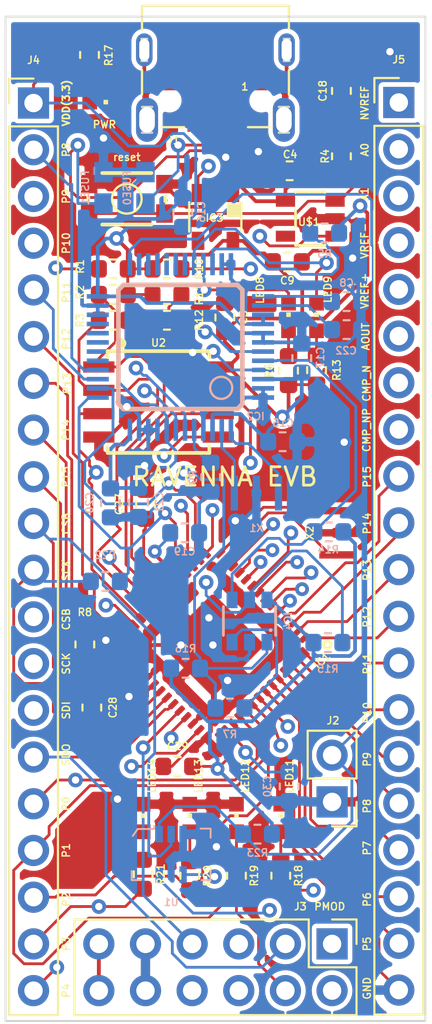
<source format=kicad_pcb>
(kicad_pcb (version 20171130) (host pcbnew "(5.0.0-3-g5ebb6b6)")
  (layers (0 Top signal) (1 Route2 signal) (2 Route15 signal) (31 Bottom signal) (34 B.Paste user hide) (35 F.Paste user hide) (36 B.SilkS user hide) (37 F.SilkS user) (38 B.Mask user hide) (39 F.Mask user hide) (44 Edge.Cuts user))
  (net 0 "")
  (net 1 GND)
  (net 2 +5V)
  (net 3 "Net-(C8-Pad2)")
  (net 4 "Net-(C22-Pad2)")
  (net 5 "Net-(C27-Pad1)")
  (net 6 "Net-(C28-Pad2)")
  (net 7 "Net-(C30-Pad1)")
  (net 8 "Net-(FUSE1-Pad2)")
  (net 9 "Net-(IC2-Pad45)")
  (net 10 "Net-(IC2-Pad44)")
  (net 11 "Net-(IC2-Pad43)")
  (net 12 "Net-(IC2-Pad34)")
  (net 13 "Net-(IC2-Pad33)")
  (net 14 "Net-(IC2-Pad32)")
  (net 15 "Net-(IC2-Pad31)")
  (net 16 "Net-(IC2-Pad30)")
  (net 17 "Net-(IC2-Pad29)")
  (net 18 "Net-(IC2-Pad28)")
  (net 19 "Net-(IC2-Pad27)")
  (net 20 "Net-(IC2-Pad26)")
  (net 21 /TXD_EN)
  (net 22 /TMUX_SEL)
  (net 23 "Net-(IC2-Pad20)")
  (net 24 "Net-(IC2-Pad19)")
  (net 25 "Net-(IC2-Pad18)")
  (net 26 "Net-(IC2-Pad17)")
  (net 27 /HK_CSB)
  (net 28 /HK_SDO)
  (net 29 /RXD_HK_SDI)
  (net 30 /TXD_HK_SCK)
  (net 31 "Net-(IC2-Pad5)")
  (net 32 "Net-(IC2-Pad2)")
  (net 33 "Net-(IC2-Pad1)")
  (net 34 "Net-(IC3-Pad4)")
  (net 35 "Net-(IC3-Pad3)")
  (net 36 "Net-(IC4-Pad3)")
  (net 37 "Net-(J1-Pad4)")
  (net 38 "Net-(J1-PadSHELL)")
  (net 39 /I2C_SDA)
  (net 40 /SPI_SCK)
  (net 41 /I2C_SCL)
  (net 42 /SPI_SDI)
  (net 43 /P1)
  (net 44 /SPI_SDO)
  (net 45 /P0)
  (net 46 /SPI_CSB)
  (net 47 /RX0)
  (net 48 /TX0)
  (net 49 /NVREF)
  (net 50 /IRQ)
  (net 51 /P7)
  (net 52 /P6)
  (net 53 /P5)
  (net 54 /P4)
  (net 55 /P3)
  (net 56 /P2)
  (net 57 /XCLK)
  (net 58 /COMP_INN)
  (net 59 /COMP_INP)
  (net 60 /ANA_1)
  (net 61 /ANA_0)
  (net 62 /AOUT)
  (net 63 /VREF-)
  (net 64 /VREF+)
  (net 65 /P15)
  (net 66 /P14)
  (net 67 /P13)
  (net 68 /P12)
  (net 69 /P11)
  (net 70 /P10)
  (net 71 /P9)
  (net 72 /P8)
  (net 73 "Net-(LED8-PadA)")
  (net 74 "Net-(LED9-PadA)")
  (net 75 "Net-(LED10-PadA)")
  (net 76 "Net-(LED11-PadA)")
  (net 77 "Net-(LED12-PadA)")
  (net 78 "Net-(LED13-PadA)")
  (net 79 "Net-(LED14-PadA)")
  (net 80 /RAPTOR_D2)
  (net 81 /RAPTOR_CS)
  (net 82 "Net-(R4-Pad1)")
  (net 83 /RAPTOR_D3)
  (net 84 /RAPTOR_SCK)
  (net 85 /RAPTOR_D0)
  (net 86 /RAPTOR_D1)
  (net 87 "Net-(U$1-Pad5)")
  (net 88 "Net-(IC1-Pad14)")
  (net 89 "Net-(IC1-Pad13)")
  (net 90 VDD)
  (net 91 "Net-(FUSE0-Pad2)")
  (module Capacitor_SMD:C_0603_1608Metric (layer Top) (at 146.4055 121.793)
    (fp_text reference C29 (at 0 -1.100069) (layer F.SilkS) (effects (font (size 0.4 0.4) (thickness 0.08))))
    (fp_text value 0.1uf)
    (pad 2 smd roundrect (at 0.7875 0) (size 0.875 0.95) (layers Top F.Paste F.Mask) (net 90 VDD))
    (pad 1 smd roundrect (at -0.7875 0) (size 0.875 0.95) (layers Top F.Paste F.Mask) (net 1 GND))
  )
  (module Connector_PinHeader_2.54mm:PinHeader_1x20_P2.54mm_Vertical (layer Top) (at 158.4451 85.6946)
    (fp_text reference J5 (at 0 -2.33) (layer F.SilkS) (effects (font (size 0.4 0.4) (thickness 0.08))))
    (fp_text value CONN_20)
    (pad 20 thru_hole oval (at 0 48.26) (size 1.7 1.7) (drill 1) (layers *.Cu *.Mask) (net 1 GND))
    (pad 19 thru_hole oval (at 0 45.72) (size 1.7 1.7) (drill 1) (layers *.Cu *.Mask) (net 53 /P5))
    (pad 18 thru_hole oval (at 0 43.18) (size 1.7 1.7) (drill 1) (layers *.Cu *.Mask) (net 52 /P6))
    (pad 17 thru_hole oval (at 0 40.64) (size 1.7 1.7) (drill 1) (layers *.Cu *.Mask) (net 51 /P7))
    (pad 16 thru_hole oval (at 0 38.1) (size 1.7 1.7) (drill 1) (layers *.Cu *.Mask) (net 72 /P8))
    (pad 15 thru_hole oval (at 0 35.56) (size 1.7 1.7) (drill 1) (layers *.Cu *.Mask) (net 71 /P9))
    (pad 14 thru_hole oval (at 0 33.02) (size 1.7 1.7) (drill 1) (layers *.Cu *.Mask) (net 70 /P10))
    (pad 13 thru_hole oval (at 0 30.48) (size 1.7 1.7) (drill 1) (layers *.Cu *.Mask) (net 69 /P11))
    (pad 12 thru_hole oval (at 0 27.94) (size 1.7 1.7) (drill 1) (layers *.Cu *.Mask) (net 68 /P12))
    (pad 11 thru_hole oval (at 0 25.4) (size 1.7 1.7) (drill 1) (layers *.Cu *.Mask) (net 67 /P13))
    (pad 10 thru_hole oval (at 0 22.86) (size 1.7 1.7) (drill 1) (layers *.Cu *.Mask) (net 66 /P14))
    (pad 9 thru_hole oval (at 0 20.32) (size 1.7 1.7) (drill 1) (layers *.Cu *.Mask) (net 65 /P15))
    (pad 8 thru_hole oval (at 0 17.78) (size 1.7 1.7) (drill 1) (layers *.Cu *.Mask) (net 59 /COMP_INP))
    (pad 7 thru_hole oval (at 0 15.24) (size 1.7 1.7) (drill 1) (layers *.Cu *.Mask) (net 58 /COMP_INN))
    (pad 6 thru_hole oval (at 0 12.7) (size 1.7 1.7) (drill 1) (layers *.Cu *.Mask) (net 62 /AOUT))
    (pad 5 thru_hole oval (at 0 10.16) (size 1.7 1.7) (drill 1) (layers *.Cu *.Mask) (net 64 /VREF+))
    (pad 4 thru_hole oval (at 0 7.62) (size 1.7 1.7) (drill 1) (layers *.Cu *.Mask) (net 63 /VREF-))
    (pad 3 thru_hole oval (at 0 5.08) (size 1.7 1.7) (drill 1) (layers *.Cu *.Mask) (net 60 /ANA_1))
    (pad 2 thru_hole oval (at 0 2.54) (size 1.7 1.7) (drill 1) (layers *.Cu *.Mask) (net 61 /ANA_0))
    (pad 1 thru_hole rect (at 0 0) (size 1.7 1.7) (drill 1) (layers *.Cu *.Mask) (net 49 /NVREF))
  )
  (module Connector_PinHeader_2.54mm:PinHeader_1x20_P2.54mm_Vertical (layer Top) (at 138.557 85.725)
    (fp_text reference J4 (at 0 -2.33) (layer F.SilkS) (effects (font (size 0.4 0.4) (thickness 0.08))))
    (fp_text value CONN_20)
    (pad 20 thru_hole oval (at 0 48.26) (size 1.7 1.7) (drill 1) (layers *.Cu *.Mask) (net 54 /P4))
    (pad 19 thru_hole oval (at 0 45.72) (size 1.7 1.7) (drill 1) (layers *.Cu *.Mask) (net 55 /P3))
    (pad 18 thru_hole oval (at 0 43.18) (size 1.7 1.7) (drill 1) (layers *.Cu *.Mask) (net 56 /P2))
    (pad 17 thru_hole oval (at 0 40.64) (size 1.7 1.7) (drill 1) (layers *.Cu *.Mask) (net 43 /P1))
    (pad 16 thru_hole oval (at 0 38.1) (size 1.7 1.7) (drill 1) (layers *.Cu *.Mask) (net 45 /P0))
    (pad 15 thru_hole oval (at 0 35.56) (size 1.7 1.7) (drill 1) (layers *.Cu *.Mask) (net 44 /SPI_SDO))
    (pad 14 thru_hole oval (at 0 33.02) (size 1.7 1.7) (drill 1) (layers *.Cu *.Mask) (net 42 /SPI_SDI))
    (pad 13 thru_hole oval (at 0 30.48) (size 1.7 1.7) (drill 1) (layers *.Cu *.Mask) (net 40 /SPI_SCK))
    (pad 12 thru_hole oval (at 0 27.94) (size 1.7 1.7) (drill 1) (layers *.Cu *.Mask) (net 46 /SPI_CSB))
    (pad 11 thru_hole oval (at 0 25.4) (size 1.7 1.7) (drill 1) (layers *.Cu *.Mask) (net 47 /RX0))
    (pad 10 thru_hole oval (at 0 22.86) (size 1.7 1.7) (drill 1) (layers *.Cu *.Mask) (net 48 /TX0))
    (pad 9 thru_hole oval (at 0 20.32) (size 1.7 1.7) (drill 1) (layers *.Cu *.Mask) (net 41 /I2C_SCL))
    (pad 8 thru_hole oval (at 0 17.78) (size 1.7 1.7) (drill 1) (layers *.Cu *.Mask) (net 39 /I2C_SDA))
    (pad 7 thru_hole oval (at 0 15.24) (size 1.7 1.7) (drill 1) (layers *.Cu *.Mask) (net 50 /IRQ))
    (pad 6 thru_hole oval (at 0 12.7) (size 1.7 1.7) (drill 1) (layers *.Cu *.Mask) (net 57 /XCLK))
    (pad 5 thru_hole oval (at 0 10.16) (size 1.7 1.7) (drill 1) (layers *.Cu *.Mask) (net 28 /HK_SDO))
    (pad 4 thru_hole oval (at 0 7.62) (size 1.7 1.7) (drill 1) (layers *.Cu *.Mask) (net 29 /RXD_HK_SDI))
    (pad 3 thru_hole oval (at 0 5.08) (size 1.7 1.7) (drill 1) (layers *.Cu *.Mask) (net 30 /TXD_HK_SCK))
    (pad 2 thru_hole oval (at 0 2.54) (size 1.7 1.7) (drill 1) (layers *.Cu *.Mask) (net 27 /HK_CSB))
    (pad 1 thru_hole rect (at 0 0) (size 1.7 1.7) (drill 1) (layers *.Cu *.Mask) (net 90 VDD))
  )
  (module "parts and footprints:QFN56" (layer Top) (at 148.323469 115.193455 225)
    (fp_text reference IC1 (at -3.065298 -5.034654 45) (layer F.SilkS) (effects (font (size 0.4 0.4) (thickness 0.08)) (justify left bottom)))
    (fp_text value RAVENAQFN56)
    (pad EPAD smd roundrect (at 0 0 225) (size 4 4) (layers Top F.Mask) (roundrect_rratio 0.05) (net 1 GND))
    (pad 56 smd roundrect (at -3.25 -3.8 225) (size 0.3 0.6) (layers Top F.Paste F.Mask) (net 69 /P11))
    (pad 55 smd roundrect (at -2.75 -3.8 225) (size 0.3 0.6) (layers Top F.Paste F.Mask) (net 70 /P10))
    (pad 54 smd roundrect (at -2.25 -3.8 225) (size 0.3 0.6) (layers Top F.Paste F.Mask) (net 71 /P9))
    (pad 53 smd roundrect (at -1.75 -3.8 225) (size 0.3 0.6) (layers Top F.Paste F.Mask) (net 72 /P8))
    (pad 52 smd roundrect (at -1.25 -3.8 225) (size 0.3 0.6) (layers Top F.Paste F.Mask) (net 51 /P7))
    (pad 51 smd roundrect (at -0.75 -3.8 225) (size 0.3 0.6) (layers Top F.Paste F.Mask) (net 52 /P6))
    (pad 50 smd roundrect (at -0.25 -3.8 225) (size 0.3 0.6) (layers Top F.Paste F.Mask) (net 53 /P5))
    (pad 49 smd roundrect (at 0.25 -3.8 225) (size 0.3 0.6) (layers Top F.Paste F.Mask) (net 54 /P4))
    (pad 48 smd roundrect (at 0.75 -3.8 225) (size 0.3 0.6) (layers Top F.Paste F.Mask) (net 55 /P3))
    (pad 47 smd roundrect (at 1.25 -3.8 225) (size 0.3 0.6) (layers Top F.Paste F.Mask) (net 56 /P2))
    (pad 46 smd roundrect (at 1.75 -3.8 225) (size 0.3 0.6) (layers Top F.Paste F.Mask) (net 43 /P1))
    (pad 45 smd roundrect (at 2.25 -3.8 225) (size 0.3 0.6) (layers Top F.Paste F.Mask) (net 45 /P0))
    (pad 44 smd roundrect (at 2.75 -3.8 225) (size 0.3 0.6) (layers Top F.Paste F.Mask) (net 7 "Net-(C30-Pad1)"))
    (pad 43 smd roundrect (at 3.25 -3.8 225) (size 0.3 0.6) (layers Top F.Paste F.Mask) (net 90 VDD))
    (pad 42 smd roundrect (at 3.8 -3.25 135) (size 0.3 0.6) (layers Top F.Paste F.Mask) (net 1 GND))
    (pad 41 smd roundrect (at 3.8 -2.75 135) (size 0.3 0.6) (layers Top F.Paste F.Mask) (net 42 /SPI_SDI))
    (pad 40 smd roundrect (at 3.8 -2.25 135) (size 0.3 0.6) (layers Top F.Paste F.Mask) (net 1 GND))
    (pad 39 smd roundrect (at 3.8 -1.75 135) (size 0.3 0.6) (layers Top F.Paste F.Mask) (net 46 /SPI_CSB))
    (pad 38 smd roundrect (at 3.8 -1.25 135) (size 0.3 0.6) (layers Top F.Paste F.Mask) (net 40 /SPI_SCK))
    (pad 37 smd roundrect (at 3.8 -0.75 135) (size 0.3 0.6) (layers Top F.Paste F.Mask) (net 44 /SPI_SDO))
    (pad 36 smd roundrect (at 3.8 -0.25 135) (size 0.3 0.6) (layers Top F.Paste F.Mask) (net 47 /RX0))
    (pad 35 smd roundrect (at 3.8 0.25 135) (size 0.3 0.6) (layers Top F.Paste F.Mask) (net 48 /TX0))
    (pad 34 smd roundrect (at 3.8 0.75 135) (size 0.3 0.6) (layers Top F.Paste F.Mask) (net 6 "Net-(C28-Pad2)"))
    (pad 33 smd roundrect (at 3.8 1.25 135) (size 0.3 0.6) (layers Top F.Paste F.Mask) (net 1 GND))
    (pad 32 smd roundrect (at 3.8 1.75 135) (size 0.3 0.6) (layers Top F.Paste F.Mask) (net 41 /I2C_SCL))
    (pad 31 smd roundrect (at 3.8 2.25 135) (size 0.3 0.6) (layers Top F.Paste F.Mask) (net 39 /I2C_SDA))
    (pad 30 smd roundrect (at 3.8 2.75 135) (size 0.3 0.6) (layers Top F.Paste F.Mask) (net 1 GND))
    (pad 29 smd roundrect (at 3.8 3.25 135) (size 0.3 0.6) (layers Top F.Paste F.Mask) (net 50 /IRQ))
    (pad 28 smd roundrect (at 3.25 3.8 45) (size 0.3 0.6) (layers Top F.Paste F.Mask) (net 57 /XCLK))
    (pad 27 smd roundrect (at 2.75 3.8 45) (size 0.3 0.6) (layers Top F.Paste F.Mask) (net 1 GND))
    (pad 26 smd roundrect (at 2.25 3.8 45) (size 0.3 0.6) (layers Top F.Paste F.Mask) (net 83 /RAPTOR_D3))
    (pad 25 smd roundrect (at 1.75 3.8 45) (size 0.3 0.6) (layers Top F.Paste F.Mask) (net 80 /RAPTOR_D2))
    (pad 24 smd roundrect (at 1.25 3.8 45) (size 0.3 0.6) (layers Top F.Paste F.Mask) (net 86 /RAPTOR_D1))
    (pad 23 smd roundrect (at 0.75 3.8 45) (size 0.3 0.6) (layers Top F.Paste F.Mask) (net 85 /RAPTOR_D0))
    (pad 22 smd roundrect (at 0.25 3.8 45) (size 0.3 0.6) (layers Top F.Paste F.Mask) (net 81 /RAPTOR_CS))
    (pad 21 smd roundrect (at -0.25 3.8 45) (size 0.3 0.6) (layers Top F.Paste F.Mask) (net 84 /RAPTOR_SCK))
    (pad 20 smd roundrect (at -0.75 3.8 45) (size 0.3 0.6) (layers Top F.Paste F.Mask) (net 5 "Net-(C27-Pad1)"))
    (pad 19 smd roundrect (at -1.25 3.8 45) (size 0.3 0.6) (layers Top F.Paste F.Mask) (net 90 VDD))
    (pad 18 smd roundrect (at -1.75 3.8 45) (size 0.3 0.6) (layers Top F.Paste F.Mask) (net 30 /TXD_HK_SCK))
    (pad 17 smd roundrect (at -2.25 3.8 45) (size 0.3 0.6) (layers Top F.Paste F.Mask) (net 27 /HK_CSB))
    (pad 16 smd roundrect (at -2.75 3.8 45) (size 0.3 0.6) (layers Top F.Paste F.Mask) (net 29 /RXD_HK_SDI))
    (pad 15 smd roundrect (at -3.25 3.8 45) (size 0.3 0.6) (layers Top F.Paste F.Mask) (net 28 /HK_SDO))
    (pad 14 smd roundrect (at -3.8 3.25 315) (size 0.3 0.6) (layers Top F.Paste F.Mask) (net 88 "Net-(IC1-Pad14)"))
    (pad 13 smd roundrect (at -3.8 2.75 315) (size 0.3 0.6) (layers Top F.Paste F.Mask) (net 89 "Net-(IC1-Pad13)"))
    (pad 12 smd roundrect (at -3.8 2.25 315) (size 0.3 0.6) (layers Top F.Paste F.Mask) (net 49 /NVREF))
    (pad 11 smd roundrect (at -3.8 1.75 315) (size 0.3 0.6) (layers Top F.Paste F.Mask) (net 61 /ANA_0))
    (pad 10 smd roundrect (at -3.8 1.25 315) (size 0.3 0.6) (layers Top F.Paste F.Mask) (net 60 /ANA_1))
    (pad 9 smd roundrect (at -3.8 0.75 315) (size 0.3 0.6) (layers Top F.Paste F.Mask) (net 63 /VREF-))
    (pad 8 smd roundrect (at -3.8 0.25 315) (size 0.3 0.6) (layers Top F.Paste F.Mask) (net 64 /VREF+))
    (pad 7 smd roundrect (at -3.8 -0.25 315) (size 0.3 0.6) (layers Top F.Paste F.Mask) (net 62 /AOUT))
    (pad 6 smd roundrect (at -3.8 -0.75 315) (size 0.3 0.6) (layers Top F.Paste F.Mask) (net 58 /COMP_INN))
    (pad 5 smd roundrect (at -3.8 -1.25 315) (size 0.3 0.6) (layers Top F.Paste F.Mask) (net 59 /COMP_INP))
    (pad 4 smd roundrect (at -3.8 -1.75 315) (size 0.3 0.6) (layers Top F.Paste F.Mask) (net 65 /P15))
    (pad 3 smd roundrect (at -3.8 -2.25 315) (size 0.3 0.6) (layers Top F.Paste F.Mask) (net 66 /P14))
    (pad 2 smd roundrect (at -3.8 -2.75 315) (size 0.3 0.6) (layers Top F.Paste F.Mask) (net 67 /P13))
    (pad 1 smd roundrect (at -3.8 -3.25 315) (size 0.3 0.6) (layers Top F.Paste F.Mask) (net 68 /P12))
  )
  (module Resistor_SMD:R_0603_1608Metric (layer Top) (at 142.9005 94.742 180)
    (fp_text reference R1 (at 1.8035 0.127 270) (layer F.SilkS) (effects (font (size 0.4 0.4) (thickness 0.08))))
    (fp_text value 10K)
    (pad 2 smd roundrect (at 0.7875 0 180) (size 0.875 0.95) (layers Top F.Paste F.Mask) (net 80 /RAPTOR_D2))
    (pad 1 smd roundrect (at -0.7875 0 180) (size 0.875 0.95) (layers Top F.Paste F.Mask) (net 90 VDD))
  )
  (module Resistor_SMD:R_0603_1608Metric (layer Top) (at 145.8215 97.536)
    (fp_text reference R12 (at 1.7525 0 90) (layer F.SilkS) (effects (font (size 0.4 0.4) (thickness 0.08))))
    (fp_text value 10K)
    (pad 2 smd roundrect (at 0.7875 0) (size 0.875 0.95) (layers Top F.Paste F.Mask) (net 83 /RAPTOR_D3))
    (pad 1 smd roundrect (at -0.7875 0) (size 0.875 0.95) (layers Top F.Paste F.Mask) (net 90 VDD))
  )
  (module Resistor_SMD:R_0603_1608Metric (layer Top) (at 153.966264 100.24787 90)
    (fp_text reference R13 (at 0 1.100736 90) (layer F.SilkS) (effects (font (size 0.4 0.4) (thickness 0.08))))
    (fp_text value 150)
    (pad 2 smd roundrect (at 0.7875 0 90) (size 0.875 0.95) (layers Top F.Paste F.Mask) (net 74 "Net-(LED9-PadA)"))
    (pad 1 smd roundrect (at -0.7875 0 90) (size 0.875 0.95) (layers Top F.Paste F.Mask) (net 90 VDD))
  )
  (module Resistor_SMD:R_0603_1608Metric (layer Bottom) (at 154.6351 109.0422 180)
    (fp_text reference R14 (at 0.0253 -0.9652 180) (layer B.SilkS) (effects (font (size 0.4 0.4) (thickness 0.08)) (justify mirror)))
    (fp_text value 10K)
    (pad 2 smd roundrect (at 0.7875 0 180) (size 0.875 0.95) (layers Bottom B.Paste B.Mask) (net 10 "Net-(IC2-Pad44)"))
    (pad 1 smd roundrect (at -0.7875 0 180) (size 0.875 0.95) (layers Bottom B.Paste B.Mask) (net 90 VDD))
  )
  (module Resistor_SMD:R_0603_1608Metric (layer Top) (at 141.605 83.1087 90)
    (fp_text reference R17 (at -0.0255 1.0448 90) (layer F.SilkS) (effects (font (size 0.4 0.4) (thickness 0.08))))
    (fp_text value 150)
    (pad 2 smd roundrect (at 0.7875 0 90) (size 0.875 0.95) (layers Top F.Paste F.Mask) (net 90 VDD))
    (pad 1 smd roundrect (at -0.7875 0 90) (size 0.875 0.95) (layers Top F.Paste F.Mask) (net 75 "Net-(LED10-PadA)"))
  )
  (module Resistor_SMD:R_0603_1608Metric (layer Top) (at 152.019 127.7365 270)
    (fp_text reference R18 (at 0 -0.9651 270) (layer F.SilkS) (effects (font (size 0.4 0.4) (thickness 0.08))))
    (fp_text value 150)
    (pad 2 smd roundrect (at 0.7875 0 270) (size 0.875 0.95) (layers Top F.Paste F.Mask) (net 45 /P0))
    (pad 1 smd roundrect (at -0.7875 0 270) (size 0.875 0.95) (layers Top F.Paste F.Mask) (net 76 "Net-(LED11-PadA)"))
  )
  (module Resistor_SMD:R_0603_1608Metric (layer Top) (at 149.606 127.7365 270)
    (fp_text reference R19 (at 0 -0.9651 270) (layer F.SilkS) (effects (font (size 0.4 0.4) (thickness 0.08))))
    (fp_text value 150)
    (pad 2 smd roundrect (at 0.7875 0 270) (size 0.875 0.95) (layers Top F.Paste F.Mask) (net 43 /P1))
    (pad 1 smd roundrect (at -0.7875 0 270) (size 0.875 0.95) (layers Top F.Paste F.Mask) (net 77 "Net-(LED12-PadA)"))
  )
  (module Resistor_SMD:R_0603_1608Metric (layer Top) (at 142.9005 96.139 180)
    (fp_text reference R2 (at 1.8035 0.127 270) (layer F.SilkS) (effects (font (size 0.4 0.4) (thickness 0.08))))
    (fp_text value 10K)
    (pad 2 smd roundrect (at 0.7875 0 180) (size 0.875 0.95) (layers Top F.Paste F.Mask) (net 81 /RAPTOR_CS))
    (pad 1 smd roundrect (at -0.7875 0 180) (size 0.875 0.95) (layers Top F.Paste F.Mask) (net 90 VDD))
  )
  (module Resistor_SMD:R_0603_1608Metric (layer Top) (at 147.066 127.7365 270)
    (fp_text reference R20 (at 0 -0.9651 270) (layer F.SilkS) (effects (font (size 0.4 0.4) (thickness 0.08))))
    (fp_text value 150)
    (pad 2 smd roundrect (at 0.7875 0 270) (size 0.875 0.95) (layers Top F.Paste F.Mask) (net 56 /P2))
    (pad 1 smd roundrect (at -0.7875 0 270) (size 0.875 0.95) (layers Top F.Paste F.Mask) (net 78 "Net-(LED13-PadA)"))
  )
  (module Resistor_SMD:R_0603_1608Metric (layer Top) (at 144.526 127.6605 270)
    (fp_text reference R21 (at 0 -0.9651 270) (layer F.SilkS) (effects (font (size 0.4 0.4) (thickness 0.08))))
    (fp_text value 150)
    (pad 2 smd roundrect (at 0.7875 0 270) (size 0.875 0.95) (layers Top F.Paste F.Mask) (net 55 /P3))
    (pad 1 smd roundrect (at -0.7875 0 270) (size 0.875 0.95) (layers Top F.Paste F.Mask) (net 79 "Net-(LED14-PadA)"))
  )
  (module Resistor_SMD:R_0603_1608Metric (layer Top) (at 155.321 88.6205 270)
    (fp_text reference R4 (at 0 0.889 270) (layer F.SilkS) (effects (font (size 0.4 0.4) (thickness 0.08))))
    (fp_text value 10K)
    (pad 2 smd roundrect (at 0.7875 0 270) (size 0.875 0.95) (layers Top F.Paste F.Mask) (net 2 +5V))
    (pad 1 smd roundrect (at -0.7875 0 270) (size 0.875 0.95) (layers Top F.Paste F.Mask) (net 82 "Net-(R4-Pad1)"))
  )
  (module Resistor_SMD:R_0603_1608Metric (layer Bottom) (at 154.4066 92.7862)
    (fp_text reference R5 (at 0 1.14165) (layer B.SilkS) (effects (font (size 0.4 0.4) (thickness 0.08)) (justify mirror)))
    (fp_text value 10K)
    (pad 2 smd roundrect (at 0.7875 0) (size 0.875 0.95) (layers Bottom B.Paste B.Mask) (net 90 VDD))
    (pad 1 smd roundrect (at -0.7875 0) (size 0.875 0.95) (layers Bottom B.Paste B.Mask) (net 12 "Net-(IC2-Pad34)"))
  )
  (module Resistor_SMD:R_0603_1608Metric (layer Top) (at 152.442264 100.27337 90)
    (fp_text reference R6 (at 0 -1.058264 90) (layer F.SilkS) (effects (font (size 0.4 0.4) (thickness 0.08))))
    (fp_text value 150)
    (pad 2 smd roundrect (at 0.7875 0 90) (size 0.875 0.95) (layers Top F.Paste F.Mask) (net 73 "Net-(LED8-PadA)"))
    (pad 1 smd roundrect (at -0.7875 0 90) (size 0.875 0.95) (layers Top F.Paste F.Mask) (net 90 VDD))
  )
  (module Resistor_SMD:R_0603_1608Metric (layer Bottom) (at 149.2505 118.618)
    (fp_text reference R7 (at 0 1.43) (layer B.SilkS) (effects (font (size 0.4 0.4) (thickness 0.08)) (justify mirror)))
    (fp_text value "2K 1%")
    (pad 2 smd roundrect (at 0.7875 0) (size 0.875 0.95) (layers Bottom B.Paste B.Mask) (net 36 "Net-(IC4-Pad3)"))
    (pad 1 smd roundrect (at -0.7875 0) (size 0.875 0.95) (layers Bottom B.Paste B.Mask) (net 11 "Net-(IC2-Pad43)"))
  )
  (module Resistor_SMD:R_0603_1608Metric (layer Top) (at 141.351 115.1635 90)
    (fp_text reference R8 (at 1.7525 0 180) (layer F.SilkS) (effects (font (size 0.4 0.4) (thickness 0.08))))
    (fp_text value 10K)
    (pad 2 smd roundrect (at 0.7875 0 90) (size 0.875 0.95) (layers Top F.Paste F.Mask) (net 1 GND))
    (pad 1 smd roundrect (at -0.7875 0 90) (size 0.875 0.95) (layers Top F.Paste F.Mask) (net 50 /IRQ))
  )
  (module Resistor_SMD:R_0603_1608Metric (layer Bottom) (at 148.209 106.0703 90)
    (fp_text reference R9 (at 0 -0.9652 90) (layer B.SilkS) (effects (font (size 0.4 0.4) (thickness 0.08)) (justify mirror)))
    (fp_text value "12K 1%")
    (pad 2 smd roundrect (at 0.7875 0 90) (size 0.875 0.95) (layers Bottom B.Paste B.Mask) (net 31 "Net-(IC2-Pad5)"))
    (pad 1 smd roundrect (at -0.7875 0 90) (size 0.875 0.95) (layers Bottom B.Paste B.Mask) (net 1 GND))
  )
  (module Capacitor_SMD:C_0603_1608Metric (layer Bottom) (at 152.1205 104.14 180)
    (fp_text reference C15 (at -0.0255 1.016 180) (layer B.SilkS) (effects (font (size 0.4 0.4) (thickness 0.08)) (justify mirror)))
    (fp_text value 0.1uf)
    (pad 2 smd roundrect (at 0.7875 0 180) (size 0.875 0.95) (layers Bottom B.Paste B.Mask) (net 90 VDD))
    (pad 1 smd roundrect (at -0.7875 0 180) (size 0.875 0.95) (layers Bottom B.Paste B.Mask) (net 1 GND))
  )
  (module Capacitor_SMD:C_0603_1608Metric (layer Bottom) (at 146.685 91.6685 90)
    (fp_text reference C16 (at 0.0255 1.016 90) (layer B.SilkS) (effects (font (size 0.4 0.4) (thickness 0.08)) (justify mirror)))
    (fp_text value 0.1uf)
    (pad 2 smd roundrect (at 0.7875 0 90) (size 0.875 0.95) (layers Bottom B.Paste B.Mask) (net 1 GND))
    (pad 1 smd roundrect (at -0.7875 0 90) (size 0.875 0.95) (layers Bottom B.Paste B.Mask) (net 90 VDD))
  )
  (module Capacitor_SMD:C_0603_1608Metric (layer Bottom) (at 153.162 99.5935 90)
    (fp_text reference C17 (at 0.0255 1.016 90) (layer B.SilkS) (effects (font (size 0.4 0.4) (thickness 0.08)) (justify mirror)))
    (fp_text value 0.1uf)
    (pad 2 smd roundrect (at 0.7875 0 90) (size 0.875 0.95) (layers Bottom B.Paste B.Mask) (net 1 GND))
    (pad 1 smd roundrect (at -0.7875 0 90) (size 0.875 0.95) (layers Bottom B.Paste B.Mask) (net 90 VDD))
  )
  (module Capacitor_SMD:C_0603_1608Metric (layer Top) (at 155.321 85.0645 270)
    (fp_text reference C18 (at 0 1.016 270) (layer F.SilkS) (effects (font (size 0.4 0.4) (thickness 0.08))))
    (fp_text value 1uf)
    (pad 2 smd roundrect (at 0.7875 0 270) (size 0.875 0.95) (layers Top F.Paste F.Mask) (net 1 GND))
    (pad 1 smd roundrect (at -0.7875 0 270) (size 0.875 0.95) (layers Top F.Paste F.Mask) (net 2 +5V))
  )
  (module Capacitor_SMD:C_0603_1608Metric (layer Bottom) (at 146.7865 109.093)
    (fp_text reference C19 (at 0 1.016) (layer B.SilkS) (effects (font (size 0.4 0.4) (thickness 0.08)) (justify mirror)))
    (fp_text value 0.1uf)
    (pad 2 smd roundrect (at 0.7875 0) (size 0.875 0.95) (layers Bottom B.Paste B.Mask) (net 1 GND))
    (pad 1 smd roundrect (at -0.7875 0) (size 0.875 0.95) (layers Bottom B.Paste B.Mask) (net 90 VDD))
  )
  (module Capacitor_SMD:C_0603_1608Metric (layer Bottom) (at 142.748 107.4675 270)
    (fp_text reference C20 (at 0 1.143 270) (layer B.SilkS) (effects (font (size 0.4 0.4) (thickness 0.08)) (justify mirror)))
    (fp_text value 0.1uf)
    (pad 2 smd roundrect (at 0.7875 0 270) (size 0.875 0.95) (layers Bottom B.Paste B.Mask) (net 1 GND))
    (pad 1 smd roundrect (at -0.7875 0 270) (size 0.875 0.95) (layers Bottom B.Paste B.Mask) (net 90 VDD))
  )
  (module Capacitor_SMD:C_0603_1608Metric (layer Bottom) (at 144.272 107.442 270)
    (fp_text reference C21 (at 0 -1.143 270) (layer B.SilkS) (effects (font (size 0.4 0.4) (thickness 0.08)) (justify mirror)))
    (fp_text value 0.1uf)
    (pad 2 smd roundrect (at 0.7875 0 270) (size 0.875 0.95) (layers Bottom B.Paste B.Mask) (net 1 GND))
    (pad 1 smd roundrect (at -0.7875 0 270) (size 0.875 0.95) (layers Bottom B.Paste B.Mask) (net 90 VDD))
  )
  (module Capacitor_SMD:C_0603_1608Metric (layer Bottom) (at 155.6005 98.044 180)
    (fp_text reference C22 (at 0.0255 -1.143 180) (layer B.SilkS) (effects (font (size 0.4 0.4) (thickness 0.08)) (justify mirror)))
    (fp_text value 0.1uf)
    (pad 2 smd roundrect (at 0.7875 0 180) (size 0.875 0.95) (layers Bottom B.Paste B.Mask) (net 4 "Net-(C22-Pad2)"))
    (pad 1 smd roundrect (at -0.7875 0 180) (size 0.875 0.95) (layers Bottom B.Paste B.Mask) (net 1 GND))
  )
  (module Capacitor_SMD:C_0603_1608Metric (layer Top) (at 144.653 107.5435 90)
    (fp_text reference C27 (at 0 -1.43 90) (layer F.SilkS) (effects (font (size 0.4 0.4) (thickness 0.08))))
    (fp_text value 0.1uf)
    (pad 2 smd roundrect (at 0.7875 0 90) (size 0.875 0.95) (layers Top F.Paste F.Mask) (net 1 GND))
    (pad 1 smd roundrect (at -0.7875 0 90) (size 0.875 0.95) (layers Top F.Paste F.Mask) (net 5 "Net-(C27-Pad1)"))
  )
  (module Capacitor_SMD:C_0603_1608Metric (layer Top) (at 141.732 118.5925 270)
    (fp_text reference C28 (at 0 -1.143 270) (layer F.SilkS) (effects (font (size 0.4 0.4) (thickness 0.08))))
    (fp_text value 0.1uf)
    (pad 2 smd roundrect (at 0.7875 0 270) (size 0.875 0.95) (layers Top F.Paste F.Mask) (net 6 "Net-(C28-Pad2)"))
    (pad 1 smd roundrect (at -0.7875 0 270) (size 0.875 0.95) (layers Top F.Paste F.Mask) (net 1 GND))
  )
  (module Capacitor_SMD:C_0603_1608Metric (layer Bottom) (at 152.4762 122.8853 270)
    (fp_text reference C30 (at 0 1.185931 270) (layer B.SilkS) (effects (font (size 0.4 0.4) (thickness 0.08)) (justify mirror)))
    (fp_text value 0.1uf)
    (pad 2 smd roundrect (at 0.7875 0 270) (size 0.875 0.95) (layers Bottom B.Paste B.Mask) (net 1 GND))
    (pad 1 smd roundrect (at -0.7875 0 270) (size 0.875 0.95) (layers Bottom B.Paste B.Mask) (net 7 "Net-(C30-Pad1)"))
  )
  (module Capacitor_SMD:C_0603_1608Metric (layer Top) (at 152.5015 89.408 180)
    (fp_text reference C4 (at -0.0255 0.889 180) (layer F.SilkS) (effects (font (size 0.4 0.4) (thickness 0.08))))
    (fp_text value 1uf)
    (pad 2 smd roundrect (at 0.7875 0 180) (size 0.875 0.95) (layers Top F.Paste F.Mask) (net 1 GND))
    (pad 1 smd roundrect (at -0.7875 0 180) (size 0.875 0.95) (layers Top F.Paste F.Mask) (net 2 +5V))
  )
  (module Capacitor_SMD:C_0603_1608Metric (layer Top) (at 148.971 97.3835 270)
    (fp_text reference C5 (at 0 -1.016 270) (layer F.SilkS) (effects (font (size 0.4 0.4) (thickness 0.08))))
    (fp_text value 0.1uf)
    (pad 2 smd roundrect (at 0.7875 0 270) (size 0.875 0.95) (layers Top F.Paste F.Mask) (net 90 VDD))
    (pad 1 smd roundrect (at -0.7875 0 270) (size 0.875 0.95) (layers Top F.Paste F.Mask) (net 1 GND))
  )
  (module Capacitor_SMD:C_0603_1608Metric (layer Bottom) (at 155.6005 96.52 180)
    (fp_text reference C8 (at 0 1.016 180) (layer B.SilkS) (effects (font (size 0.4 0.4) (thickness 0.08)) (justify mirror)))
    (fp_text value 0.1uf)
    (pad 2 smd roundrect (at 0.7875 0 180) (size 0.875 0.95) (layers Bottom B.Paste B.Mask) (net 3 "Net-(C8-Pad2)"))
    (pad 1 smd roundrect (at -0.7875 0 180) (size 0.875 0.95) (layers Bottom B.Paste B.Mask) (net 1 GND))
  )
  (module Capacitor_SMD:C_0603_1608Metric (layer Top) (at 152.3745 94.361)
    (fp_text reference C9 (at 0 1.016) (layer F.SilkS) (effects (font (size 0.4 0.4) (thickness 0.08))))
    (fp_text value 1uf)
    (pad 2 smd roundrect (at 0.7875 0) (size 0.875 0.95) (layers Top F.Paste F.Mask) (net 1 GND))
    (pad 1 smd roundrect (at -0.7875 0) (size 0.875 0.95) (layers Top F.Paste F.Mask) (net 90 VDD))
  )
  (module "parts and footprints:CSTNE12M0GH5L000R0" (layer Bottom) (at 150.692 106.934)
    (fp_text reference X1 (at 0 1.905) (layer B.SilkS) (effects (font (size 0.4 0.4) (thickness 0.08)) (justify mirror)))
    (fp_text value 12MHz)
    (pad 1 smd rect (at 1.2 0) (size 0.4 1.9) (layers Bottom B.Paste B.Mask) (net 33 "Net-(IC2-Pad1)"))
    (pad 2 smd rect (at 0 0) (size 0.4 1.9) (layers Bottom B.Paste B.Mask) (net 1 GND))
    (pad 3 smd rect (at -1.2 0) (size 0.4 1.9) (layers Bottom B.Paste B.Mask) (net 32 "Net-(IC2-Pad2)"))
  )
  (module Connector_PinHeader_2.54mm:PinHeader_1x02_P2.54mm_Vertical (layer Top) (at 154.813 123.7234 180)
    (fp_text reference J2 (at -0.0508 4.4196 180) (layer F.SilkS) (effects (font (size 0.4 0.4) (thickness 0.08))))
    (fp_text value Conn_01x02_Male)
    (pad 2 thru_hole oval (at 0 2.54 180) (size 1.7 1.7) (drill 1) (layers *.Cu *.Mask) (net 21 /TXD_EN))
    (pad 1 thru_hole rect (at 0 0 180) (size 1.7 1.7) (drill 1) (layers *.Cu *.Mask) (net 1 GND))
  )
  (module Resistor_SMD:R_0603_1608Metric (layer Bottom) (at 142.4686 111.7346 180)
    (fp_text reference R22 (at 0 1.43 180) (layer B.SilkS) (effects (font (size 0.4 0.4) (thickness 0.08)) (justify mirror)))
    (fp_text value 0)
    (pad 2 smd roundrect (at 0.7875 0 180) (size 0.875 0.95) (layers Bottom B.Paste B.Mask) (net 47 /RX0))
    (pad 1 smd roundrect (at -0.7875 0 180) (size 0.875 0.95) (layers Bottom B.Paste B.Mask) (net 30 /TXD_HK_SCK))
  )
  (module Resistor_SMD:R_0603_1608Metric (layer Bottom) (at 150.749 125.476)
    (fp_text reference R23 (at 0 1.016) (layer B.SilkS) (effects (font (size 0.4 0.4) (thickness 0.08)) (justify mirror)))
    (fp_text value 10K)
    (pad 2 smd roundrect (at 0.7875 0) (size 0.875 0.95) (layers Bottom B.Paste B.Mask) (net 90 VDD))
    (pad 1 smd roundrect (at -0.7875 0) (size 0.875 0.95) (layers Bottom B.Paste B.Mask) (net 21 /TXD_EN))
  )
  (module 0603 (layer Bottom) (at 142.367 90.336 270)
    (fp_text reference FUSE1 (at 0 0.762 90) (layer B.SilkS) (effects (font (size 0.4 0.4) (thickness 0.08)) (justify bottom mirror)))
    (fp_text value PGB10100603)
    (pad 2 smd rect (at 0.85 0 270) (size 1.1 1) (layers Bottom B.Paste B.Mask) (net 8 "Net-(FUSE1-Pad2)"))
    (pad 1 smd rect (at -0.85 0 270) (size 1.1 1) (layers Bottom B.Paste B.Mask) (net 1 GND))
  )
  (module 0603 (layer Bottom) (at 144.653 90.336 270)
    (fp_text reference FUSE0 (at 0 0.762 90) (layer B.SilkS) (effects (font (size 0.4 0.4) (thickness 0.08)) (justify bottom mirror)))
    (fp_text value PGB10100603)
    (pad 2 smd rect (at 0.85 0 270) (size 1.1 1) (layers Bottom B.Paste B.Mask) (net 91 "Net-(FUSE0-Pad2)"))
    (pad 1 smd rect (at -0.85 0 270) (size 1.1 1) (layers Bottom B.Paste B.Mask) (net 1 GND))
  )
  (module LQFP48 (layer Bottom) (at 146.554 98.988 180)
    (fp_text reference IC2 (at -3.56 -4.009 180) (layer B.SilkS) (effects (font (size 0.4 0.4) (thickness 0.08)) (justify right bottom mirror)))
    (fp_text value FT232H)
    (pad 48 smd rect (at -4.5 -2.75 180) (size 1.2 0.25) (layers Bottom B.Paste B.Mask) (net 1 GND))
    (pad 47 smd rect (at -4.5 -2.25 180) (size 1.2 0.25) (layers Bottom B.Paste B.Mask) (net 1 GND))
    (pad 46 smd rect (at -4.5 -1.75 180) (size 1.2 0.25) (layers Bottom B.Paste B.Mask) (net 90 VDD))
    (pad 45 smd rect (at -4.5 -1.25 180) (size 1.2 0.25) (layers Bottom B.Paste B.Mask) (net 9 "Net-(IC2-Pad45)"))
    (pad 44 smd rect (at -4.5 -0.75 180) (size 1.2 0.25) (layers Bottom B.Paste B.Mask) (net 10 "Net-(IC2-Pad44)"))
    (pad 43 smd rect (at -4.5 -0.25 180) (size 1.2 0.25) (layers Bottom B.Paste B.Mask) (net 11 "Net-(IC2-Pad43)"))
    (pad 42 smd rect (at -4.5 0.25 180) (size 1.2 0.25) (layers Bottom B.Paste B.Mask) (net 1 GND))
    (pad 41 smd rect (at -4.5 0.75 180) (size 1.2 0.25) (layers Bottom B.Paste B.Mask) (net 1 GND))
    (pad 40 smd rect (at -4.5 1.25 180) (size 1.2 0.25) (layers Bottom B.Paste B.Mask) (net 90 VDD))
    (pad 39 smd rect (at -4.5 1.75 180) (size 1.2 0.25) (layers Bottom B.Paste B.Mask) (net 90 VDD))
    (pad 38 smd rect (at -4.5 2.25 180) (size 1.2 0.25) (layers Bottom B.Paste B.Mask) (net 4 "Net-(C22-Pad2)"))
    (pad 37 smd rect (at -4.5 2.75 180) (size 1.2 0.25) (layers Bottom B.Paste B.Mask) (net 3 "Net-(C8-Pad2)"))
    (pad 36 smd rect (at -2.75 4.5 180) (size 0.25 1.2) (layers Bottom B.Paste B.Mask) (net 1 GND))
    (pad 35 smd rect (at -2.25 4.5 180) (size 0.25 1.2) (layers Bottom B.Paste B.Mask) (net 1 GND))
    (pad 34 smd rect (at -1.75 4.5 180) (size 0.25 1.2) (layers Bottom B.Paste B.Mask) (net 12 "Net-(IC2-Pad34)"))
    (pad 33 smd rect (at -1.25 4.5 180) (size 0.25 1.2) (layers Bottom B.Paste B.Mask) (net 13 "Net-(IC2-Pad33)"))
    (pad 32 smd rect (at -0.75 4.5 180) (size 0.25 1.2) (layers Bottom B.Paste B.Mask) (net 14 "Net-(IC2-Pad32)"))
    (pad 31 smd rect (at -0.25 4.5 180) (size 0.25 1.2) (layers Bottom B.Paste B.Mask) (net 15 "Net-(IC2-Pad31)"))
    (pad 30 smd rect (at 0.25 4.5 180) (size 0.25 1.2) (layers Bottom B.Paste B.Mask) (net 16 "Net-(IC2-Pad30)"))
    (pad 29 smd rect (at 0.75 4.5 180) (size 0.25 1.2) (layers Bottom B.Paste B.Mask) (net 17 "Net-(IC2-Pad29)"))
    (pad 28 smd rect (at 1.25 4.5 180) (size 0.25 1.2) (layers Bottom B.Paste B.Mask) (net 18 "Net-(IC2-Pad28)"))
    (pad 27 smd rect (at 1.75 4.5 180) (size 0.25 1.2) (layers Bottom B.Paste B.Mask) (net 19 "Net-(IC2-Pad27)"))
    (pad 26 smd rect (at 2.25 4.5 180) (size 0.25 1.2) (layers Bottom B.Paste B.Mask) (net 20 "Net-(IC2-Pad26)"))
    (pad 25 smd rect (at 2.75 4.5 180) (size 0.25 1.2) (layers Bottom B.Paste B.Mask) (net 21 /TXD_EN))
    (pad 24 smd rect (at 4.5 2.75 180) (size 1.2 0.25) (layers Bottom B.Paste B.Mask) (net 90 VDD))
    (pad 23 smd rect (at 4.5 2.25 180) (size 1.2 0.25) (layers Bottom B.Paste B.Mask) (net 1 GND))
    (pad 22 smd rect (at 4.5 1.75 180) (size 1.2 0.25) (layers Bottom B.Paste B.Mask) (net 1 GND))
    (pad 21 smd rect (at 4.5 1.25 180) (size 1.2 0.25) (layers Bottom B.Paste B.Mask) (net 22 /TMUX_SEL))
    (pad 20 smd rect (at 4.5 0.75 180) (size 1.2 0.25) (layers Bottom B.Paste B.Mask) (net 23 "Net-(IC2-Pad20)"))
    (pad 19 smd rect (at 4.5 0.25 180) (size 1.2 0.25) (layers Bottom B.Paste B.Mask) (net 24 "Net-(IC2-Pad19)"))
    (pad 18 smd rect (at 4.5 -0.25 180) (size 1.2 0.25) (layers Bottom B.Paste B.Mask) (net 25 "Net-(IC2-Pad18)"))
    (pad 17 smd rect (at 4.5 -0.75 180) (size 1.2 0.25) (layers Bottom B.Paste B.Mask) (net 26 "Net-(IC2-Pad17)"))
    (pad 16 smd rect (at 4.5 -1.25 180) (size 1.2 0.25) (layers Bottom B.Paste B.Mask) (net 27 /HK_CSB))
    (pad 15 smd rect (at 4.5 -1.75 180) (size 1.2 0.25) (layers Bottom B.Paste B.Mask) (net 28 /HK_SDO))
    (pad 14 smd rect (at 4.5 -2.25 180) (size 1.2 0.25) (layers Bottom B.Paste B.Mask) (net 29 /RXD_HK_SDI))
    (pad 13 smd rect (at 4.5 -2.75 180) (size 1.2 0.25) (layers Bottom B.Paste B.Mask) (net 30 /TXD_HK_SCK))
    (pad 12 smd rect (at 2.75 -4.5 180) (size 0.25 1.2) (layers Bottom B.Paste B.Mask) (net 90 VDD))
    (pad 11 smd rect (at 2.25 -4.5 180) (size 0.25 1.2) (layers Bottom B.Paste B.Mask) (net 1 GND))
    (pad 10 smd rect (at 1.75 -4.5 180) (size 0.25 1.2) (layers Bottom B.Paste B.Mask) (net 1 GND))
    (pad 9 smd rect (at 1.25 -4.5 180) (size 0.25 1.2) (layers Bottom B.Paste B.Mask) (net 1 GND))
    (pad 8 smd rect (at 0.75 -4.5 180) (size 0.25 1.2) (layers Bottom B.Paste B.Mask) (net 90 VDD))
    (pad 7 smd rect (at 0.25 -4.5 180) (size 0.25 1.2) (layers Bottom B.Paste B.Mask) (net 91 "Net-(FUSE0-Pad2)"))
    (pad 6 smd rect (at -0.25 -4.5 180) (size 0.25 1.2) (layers Bottom B.Paste B.Mask) (net 8 "Net-(FUSE1-Pad2)"))
    (pad 5 smd rect (at -0.75 -4.5 180) (size 0.25 1.2) (layers Bottom B.Paste B.Mask) (net 31 "Net-(IC2-Pad5)"))
    (pad 4 smd rect (at -1.25 -4.5 180) (size 0.25 1.2) (layers Bottom B.Paste B.Mask) (net 1 GND))
    (pad 3 smd rect (at -1.75 -4.5 180) (size 0.25 1.2) (layers Bottom B.Paste B.Mask) (net 90 VDD))
    (pad 2 smd rect (at -2.25 -4.5 180) (size 0.25 1.2) (layers Bottom B.Paste B.Mask) (net 32 "Net-(IC2-Pad2)"))
    (pad 1 smd rect (at -2.75 -4.5 180) (size 0.25 1.2) (layers Bottom B.Paste B.Mask) (net 33 "Net-(IC2-Pad1)"))
  )
  (module SOT23-5 (layer Top) (at 148.463 91.9176 180)
    (fp_text reference IC3 (at 0.5841 -0.2844) (layer F.SilkS) (effects (font (size 0.4 0.4) (thickness 0.08)) (justify left bottom)))
    (fp_text value MCP1755)
    (pad 5 smd rect (at -0.95 -1.3001 180) (size 0.69 0.99) (layers Top F.Paste F.Mask) (net 90 VDD))
    (pad 4 smd rect (at 0.95 -1.3001 180) (size 0.69 0.99) (layers Top F.Paste F.Mask) (net 34 "Net-(IC3-Pad4)"))
    (pad 3 smd rect (at 0.95 1.3001 180) (size 0.69 0.99) (layers Top F.Paste F.Mask) (net 35 "Net-(IC3-Pad3)"))
    (pad 2 smd rect (at 0 1.3001 180) (size 0.69 0.99) (layers Top F.Paste F.Mask) (net 1 GND))
    (pad 1 smd rect (at -0.95 1.3001 180) (size 0.69 0.99) (layers Top F.Paste F.Mask) (net 2 +5V))
  )
  (module SOT23-6 (layer Bottom) (at 150.3171 113.8886 180)
    (fp_text reference IC4 (at -2.3369 -0.5384 90) (layer B.SilkS) (effects (font (size 0.4 0.4) (thickness 0.08)) (justify right bottom mirror)))
    (fp_text value 93C56)
    (pad 6 smd rect (at -0.95 1.15 180) (size 0.6 0.9) (layers Bottom B.Paste B.Mask) (net 90 VDD))
    (pad 5 smd rect (at 0 1.15 180) (size 0.6 0.9) (layers Bottom B.Paste B.Mask) (net 9 "Net-(IC2-Pad45)"))
    (pad 4 smd rect (at 0.95 1.15 180) (size 0.6 0.9) (layers Bottom B.Paste B.Mask) (net 10 "Net-(IC2-Pad44)"))
    (pad 3 smd rect (at 0.95 -1.15 180) (size 0.6 0.9) (layers Bottom B.Paste B.Mask) (net 36 "Net-(IC4-Pad3)"))
    (pad 2 smd rect (at 0 -1.15 180) (size 0.6 0.9) (layers Bottom B.Paste B.Mask) (net 1 GND))
    (pad 1 smd rect (at -0.95 -1.15 180) (size 0.6 0.9) (layers Bottom B.Paste B.Mask) (net 11 "Net-(IC2-Pad43)"))
  )
  (module CHIPLED_0603 (layer Top) (at 142.367 85.6742 270)
    (fp_text reference LED10 hide)
    (fp_text value LEDCHIPLED_0603)
    (pad A smd rect (at 0 0.75 270) (size 0.8 0.8) (layers Top F.Paste F.Mask) (net 75 "Net-(LED10-PadA)"))
    (pad C smd rect (at 0 -0.75 270) (size 0.8 0.8) (layers Top F.Paste F.Mask) (net 1 GND))
  )
  (module CHIPLED_0603 (layer Top) (at 152.019 124.599)
    (fp_text reference LED11 (at 0.7111 -1.3004 -90) (layer F.SilkS) (effects (font (size 0.4 0.4) (thickness 0.08)) (justify left bottom)))
    (fp_text value LEDCHIPLED_0603)
    (pad A smd rect (at 0 0.75) (size 0.8 0.8) (layers Top F.Paste F.Mask) (net 76 "Net-(LED11-PadA)"))
    (pad C smd rect (at 0 -0.75) (size 0.8 0.8) (layers Top F.Paste F.Mask) (net 1 GND))
  )
  (module CHIPLED_0603 (layer Top) (at 149.606 124.599)
    (fp_text reference LED12 (at 0.7111 -1.3004 -90) (layer F.SilkS) (effects (font (size 0.4 0.4) (thickness 0.08)) (justify left bottom)))
    (fp_text value LEDCHIPLED_0603)
    (pad A smd rect (at 0 0.75) (size 0.8 0.8) (layers Top F.Paste F.Mask) (net 77 "Net-(LED12-PadA)"))
    (pad C smd rect (at 0 -0.75) (size 0.8 0.8) (layers Top F.Paste F.Mask) (net 1 GND))
  )
  (module CHIPLED_0603 (layer Top) (at 147.066 124.599)
    (fp_text reference LED13 (at 0.7111 -1.3004 -90) (layer F.SilkS) (effects (font (size 0.4 0.4) (thickness 0.08)) (justify left bottom)))
    (fp_text value LEDCHIPLED_0603)
    (pad A smd rect (at 0 0.75) (size 0.8 0.8) (layers Top F.Paste F.Mask) (net 78 "Net-(LED13-PadA)"))
    (pad C smd rect (at 0 -0.75) (size 0.8 0.8) (layers Top F.Paste F.Mask) (net 1 GND))
  )
  (module CHIPLED_0603 (layer Top) (at 144.526 124.599)
    (fp_text reference LED14 (at 0.7111 -1.3004 -90) (layer F.SilkS) (effects (font (size 0.4 0.4) (thickness 0.08)) (justify left bottom)))
    (fp_text value LEDCHIPLED_0603)
    (pad A smd rect (at 0 0.75) (size 0.8 0.8) (layers Top F.Paste F.Mask) (net 79 "Net-(LED14-PadA)"))
    (pad C smd rect (at 0 -0.75) (size 0.8 0.8) (layers Top F.Paste F.Mask) (net 1 GND))
  )
  (module CHIPLED_0603 (layer Top) (at 152.442264 97.35727)
    (fp_text reference LED8 (at -1.312264 -0.6654 -90) (layer F.SilkS) (effects (font (size 0.4 0.4) (thickness 0.08)) (justify left bottom)))
    (fp_text value LEDCHIPLED_0603)
    (pad A smd rect (at 0 0.75) (size 0.8 0.8) (layers Top F.Paste F.Mask) (net 73 "Net-(LED8-PadA)"))
    (pad C smd rect (at 0 -0.75) (size 0.8 0.8) (layers Top F.Paste F.Mask) (net 13 "Net-(IC2-Pad33)"))
  )
  (module CHIPLED_0603 (layer Top) (at 153.966264 97.35727)
    (fp_text reference LED9 (at 0.846736 -0.71027 -90) (layer F.SilkS) (effects (font (size 0.4 0.4) (thickness 0.08)) (justify left bottom)))
    (fp_text value LEDCHIPLED_0603)
    (pad A smd rect (at 0 0.75) (size 0.8 0.8) (layers Top F.Paste F.Mask) (net 74 "Net-(LED9-PadA)"))
    (pad C smd rect (at 0 -0.75) (size 0.8 0.8) (layers Top F.Paste F.Mask) (net 14 "Net-(IC2-Pad32)"))
  )
  (module SOT23-5 (layer Top) (at 153.623 92.014 90)
    (fp_text reference U$1 (at -0.4114 -0.7111) (layer F.SilkS) (effects (font (size 0.4 0.4) (thickness 0.08)) (justify left bottom)))
    (fp_text value MCP1316M)
    (pad 4 smd rect (at 0.95 -1.35 90) (size 0.6 1.05) (layers Top F.Paste F.Mask) (net 2 +5V))
    (pad 5 smd rect (at -0.95 -1.35 90) (size 0.6 1.05) (layers Top F.Paste F.Mask) (net 87 "Net-(U$1-Pad5)"))
    (pad 3 smd rect (at 0.95 1.35 90) (size 0.6 1.05) (layers Top F.Paste F.Mask) (net 82 "Net-(R4-Pad1)"))
    (pad 2 smd rect (at 0 1.35 90) (size 0.6 1.05) (layers Top F.Paste F.Mask) (net 1 GND))
    (pad 1 smd rect (at -0.95 1.35 90) (size 0.6 1.05) (layers Top F.Paste F.Mask) (net 35 "Net-(IC3-Pad3)"))
  )
  (module SOIC-8 (layer Top) (at 145.3642 101.981 270)
    (fp_text reference U2 (at -2.9845 0 180) (layer F.SilkS) (effects (font (size 0.4 0.4) (thickness 0.08)) (justify bottom)))
    (fp_text value W25Q32FV)
    (pad 8 smd rect (at -1.905 -3.2512 270) (size 0.6096 1.7018) (layers Top F.Paste F.Mask) (net 90 VDD))
    (pad 7 smd rect (at -0.635 -3.2512 270) (size 0.6096 1.7018) (layers Top F.Paste F.Mask) (net 83 /RAPTOR_D3))
    (pad 6 smd rect (at 0.635 -3.2512 270) (size 0.6096 1.7018) (layers Top F.Paste F.Mask) (net 84 /RAPTOR_SCK))
    (pad 5 smd rect (at 1.905 -3.2512 270) (size 0.6096 1.7018) (layers Top F.Paste F.Mask) (net 85 /RAPTOR_D0))
    (pad 4 smd rect (at 1.905 3.2512 270) (size 0.6096 1.7018) (layers Top F.Paste F.Mask) (net 1 GND))
    (pad 3 smd rect (at 0.635 3.2512 270) (size 0.6096 1.7018) (layers Top F.Paste F.Mask) (net 80 /RAPTOR_D2))
    (pad 2 smd rect (at -0.635 3.2512 270) (size 0.6096 1.7018) (layers Top F.Paste F.Mask) (net 86 /RAPTOR_D1))
    (pad 1 smd rect (at -1.905 3.2512 270) (size 0.6096 1.7018) (layers Top F.Paste F.Mask) (net 81 /RAPTOR_CS))
  )
  (module CSTNE12M0GH5L000R0 (layer Top) (at 155.067 109.093 270)
    (fp_text reference X2 (at 0 1.4732 270) (layer F.SilkS) (effects (font (size 0.4 0.4) (thickness 0.08))))
    (fp_text value "6 MHz")
    (pad 3 smd rect (at -1.2 0 270) (size 0.4 1.9) (layers Top F.Paste F.Mask) (net 88 "Net-(IC1-Pad14)"))
    (pad 2 smd rect (at 0 0 270) (size 0.4 1.9) (layers Top F.Paste F.Mask) (net 1 GND))
    (pad 1 smd rect (at 1.2 0 270) (size 0.4 1.9) (layers Top F.Paste F.Mask) (net 89 "Net-(IC1-Pad13)"))
  )
  (module "parts and footprints:SC-70-5" (layer Bottom) (at 146.05 126.576)
    (fp_text reference U1 (at 0 2.6) (layer B.SilkS) (effects (font (size 0.4 0.4) (thickness 0.08)) (justify mirror)))
    (fp_text value SN74LVC1G125DCKR)
    (pad 3 smd rect (at 0.65 -1.1) (size 0.4 0.9) (layers Bottom B.Paste B.Mask) (net 1 GND))
    (pad 1 smd rect (at -0.65 -1.1) (size 0.4 0.9) (layers Bottom B.Paste B.Mask) (net 21 /TXD_EN))
    (pad 2 smd rect (at 0 -1.1) (size 0.4 0.9) (layers Bottom B.Paste B.Mask) (net 48 /TX0))
    (pad 4 smd rect (at 0.65 1.1) (size 0.4 0.9) (layers Bottom B.Paste B.Mask) (net 29 /RXD_HK_SDI))
    (pad 5 smd rect (at -0.65 1.1) (size 0.4 0.9) (layers Bottom B.Paste B.Mask) (net 90 VDD))
  )
  (module "parts and footprints:R_0603_1608Metric" (layer Top) (at 142.9005 97.536 180)
    (fp_text reference R3 (at 1.8035 0 270) (layer F.SilkS) (effects (font (size 0.4 0.4) (thickness 0.08))))
    (fp_text value 10K)
    (pad 2 smd roundrect (at 0.7875 0 180) (size 0.875 0.95) (layers Top F.Paste F.Mask) (net 86 /RAPTOR_D1))
    (pad 1 smd roundrect (at -0.7875 0 180) (size 0.875 0.95) (layers Top F.Paste F.Mask) (net 90 VDD))
  )
  (module "parts and footprints:R_0603_1608Metric" (layer Top) (at 145.8215 94.742)
    (fp_text reference R10 (at 1.7525 0 90) (layer F.SilkS) (effects (font (size 0.4 0.4) (thickness 0.08))))
    (fp_text value 10K)
    (pad 2 smd roundrect (at 0.7875 0) (size 0.875 0.95) (layers Top F.Paste F.Mask) (net 85 /RAPTOR_D0))
    (pad 1 smd roundrect (at -0.7875 0) (size 0.875 0.95) (layers Top F.Paste F.Mask) (net 90 VDD))
  )
  (module "parts and footprints:R_0603_1608Metric" (layer Top) (at 145.8215 96.139)
    (fp_text reference R11 (at 1.7525 0 90) (layer F.SilkS) (effects (font (size 0.4 0.4) (thickness 0.08))))
    (fp_text value 10K)
    (pad 1 smd roundrect (at -0.7875 0) (size 0.875 0.95) (layers Top F.Paste F.Mask) (net 90 VDD))
    (pad 2 smd roundrect (at 0.7875 0) (size 0.875 0.95) (layers Top F.Paste F.Mask) (net 84 /RAPTOR_SCK))
  )
  (module "parts and footprints:R_0603_1608Metric" (layer Bottom) (at 154.5845 115.062)
    (fp_text reference R15 (at 0 1.43) (layer B.SilkS) (effects (font (size 0.4 0.4) (thickness 0.08)) (justify mirror)))
    (fp_text value 10K)
    (pad 2 smd roundrect (at 0.7875 0) (size 0.875 0.95) (layers Bottom B.Paste B.Mask) (net 9 "Net-(IC2-Pad45)"))
    (pad 1 smd roundrect (at -0.7875 0) (size 0.875 0.95) (layers Bottom B.Paste B.Mask) (net 90 VDD))
  )
  (module "parts and footprints:R_0603_1608Metric" (layer Bottom) (at 146.8375 116.459)
    (fp_text reference R16 (at 0 -1.070411) (layer B.SilkS) (effects (font (size 0.4 0.4) (thickness 0.08)) (justify mirror)))
    (fp_text value 10K)
    (pad 1 smd roundrect (at -0.7875 0) (size 0.875 0.95) (layers Bottom B.Paste B.Mask) (net 90 VDD))
    (pad 2 smd roundrect (at 0.7875 0) (size 0.875 0.95) (layers Bottom B.Paste B.Mask) (net 11 "Net-(IC2-Pad43)"))
  )
  (module "parts and footprints:TACTILE_SWITCH_SMD_4.6X2.8MM" (layer Top) (at 143.637 90.932)
    (fp_text reference RESET1 hide)
    (fp_text value SPST-SMD-4.6X2.8mm hide)
    (fp_text user reset (at 0 -2.032) (layer F.SilkS) (effects (font (size 0.4 0.4) (thickness 0.08)) (justify bottom)))
    (pad 3 smd rect (at 2.05 -0.8) (size 0.9 1) (layers Top F.Paste F.Mask) (net 1 GND))
    (pad 2 smd rect (at 2.05 0.8) (size 0.9 1) (layers Top F.Paste F.Mask) (net 82 "Net-(R4-Pad1)"))
    (pad 1 smd rect (at -2.05 0.8) (size 0.9 1) (layers Top F.Paste F.Mask) (net 82 "Net-(R4-Pad1)"))
    (pad 4 smd rect (at -2.05 -0.8) (size 0.9 1) (layers Top F.Paste F.Mask) (net 1 GND))
  )
  (module "parts and footprints:629105150521" (layer Top) (at 148.463 85.586 180)
    (fp_text reference J1 (at 2.286 -2.171 180) (layer F.SilkS) (effects (font (size 0.4 0.4) (thickness 0.08))))
    (fp_text value 629105150521)
    (fp_text user 1 (at -1.6 0.75 180) (layer F.SilkS) (effects (font (size 0.4 0.4) (thickness 0.08))))
    (fp_line (start -4 -1.75) (end -3.45 -1.75) (layer Edge.Cuts) (width 0.127))
    (fp_line (start -4 -0.35) (end -3.45 -0.35) (layer Edge.Cuts) (width 0.127))
    (fp_line (start 3.45 -1.75) (end 4 -1.75) (layer Edge.Cuts) (width 0.127))
    (fp_line (start 3.45 -0.35) (end 4 -0.35) (layer Edge.Cuts) (width 0.127))
    (fp_line (start -4.03 2.15) (end -3.72 2.15) (layer Edge.Cuts) (width 0.127))
    (fp_line (start -4.03 3.35) (end -3.72 3.35) (layer Edge.Cuts) (width 0.127))
    (fp_line (start 3.72 2.15) (end 4.03 2.15) (layer Edge.Cuts) (width 0.127))
    (fp_line (start 3.72 3.35) (end 4.03 3.35) (layer Edge.Cuts) (width 0.127))
    (pad 1 smd rect (at -1.3 -1.05 180) (size 0.45 1.3) (layers Top F.Paste F.Mask) (net 2 +5V))
    (pad 2 smd rect (at -0.65 -1.05 180) (size 0.45 1.3) (layers Top F.Paste F.Mask) (net 8 "Net-(FUSE1-Pad2)"))
    (pad 3 smd rect (at 0 -1.05 180) (size 0.45 1.3) (layers Top F.Paste F.Mask) (net 91 "Net-(FUSE0-Pad2)"))
    (pad 4 smd rect (at 0.65 -1.05 180) (size 0.45 1.3) (layers Top F.Paste F.Mask) (net 37 "Net-(J1-Pad4)"))
    (pad 5 smd rect (at 1.3 -1.05 180) (size 0.45 1.3) (layers Top F.Paste F.Mask) (net 1 GND))
    (pad SHELL thru_hole oval (at -3.725 -1.05 180) (size 1.2 2.4) (drill oval 0.85 1.4) (layers *.Cu *.Mask) (net 38 "Net-(J1-PadSHELL)"))
    (pad SHELL1 thru_hole oval (at 3.725 -1.05 180) (size 1.2 2.4) (drill oval 0.85 1.4) (layers *.Cu *.Mask) (net 38 "Net-(J1-PadSHELL)"))
    (pad SHELL2 thru_hole oval (at -3.875 2.75 180) (size 0.9 1.8) (drill oval 0.55 1.2) (layers *.Cu *.Mask) (net 38 "Net-(J1-PadSHELL)"))
    (pad SHELL3 thru_hole oval (at 3.875 2.75 180) (size 0.9 1.8) (drill oval 0.55 1.2) (layers *.Cu *.Mask) (net 38 "Net-(J1-PadSHELL)"))
    (pad None np_thru_hole circle (at -2.5 0 180) (size 0.8 0.8) (drill 0.8) (layers *.Cu *.Mask))
    (pad None np_thru_hole circle (at 2.5 0 180) (size 0.8 0.8) (drill 0.8) (layers *.Cu *.Mask))
  )
  (module Connector_PinHeader_2.54mm:PinHeader_2x06_P2.54mm_Vertical (layer Top) (at 154.813 131.445 270)
    (fp_text reference J3 (at -2.032 1.7272) (layer F.SilkS) (effects (font (size 0.4 0.4) (thickness 0.08))))
    (fp_text value "2X6 FEMALE")
    (pad 1 thru_hole rect (at 0 0 270) (size 1.7 1.7) (drill 1) (layers *.Cu *.Mask) (net 46 /SPI_CSB))
    (pad 2 thru_hole oval (at 2.54 0 270) (size 1.7 1.7) (drill 1) (layers *.Cu *.Mask) (net 45 /P0))
    (pad 3 thru_hole oval (at 0 2.54 270) (size 1.7 1.7) (drill 1) (layers *.Cu *.Mask) (net 44 /SPI_SDO))
    (pad 4 thru_hole oval (at 2.54 2.54 270) (size 1.7 1.7) (drill 1) (layers *.Cu *.Mask) (net 43 /P1))
    (pad 5 thru_hole oval (at 0 5.08 270) (size 1.7 1.7) (drill 1) (layers *.Cu *.Mask) (net 42 /SPI_SDI))
    (pad 6 thru_hole oval (at 2.54 5.08 270) (size 1.7 1.7) (drill 1) (layers *.Cu *.Mask) (net 41 /I2C_SCL))
    (pad 7 thru_hole oval (at 0 7.62 270) (size 1.7 1.7) (drill 1) (layers *.Cu *.Mask) (net 40 /SPI_SCK))
    (pad 8 thru_hole oval (at 2.54 7.62 270) (size 1.7 1.7) (drill 1) (layers *.Cu *.Mask) (net 39 /I2C_SDA))
    (pad 9 thru_hole oval (at 0 10.16 270) (size 1.7 1.7) (drill 1) (layers *.Cu *.Mask) (net 1 GND))
    (pad 10 thru_hole oval (at 2.54 10.16 270) (size 1.7 1.7) (drill 1) (layers *.Cu *.Mask) (net 1 GND))
    (pad 11 thru_hole oval (at 0 12.7 270) (size 1.7 1.7) (drill 1) (layers *.Cu *.Mask) (net 90 VDD))
    (pad 12 thru_hole oval (at 2.54 12.7 270) (size 1.7 1.7) (drill 1) (layers *.Cu *.Mask) (net 90 VDD))
  )
  (gr_text PWR (at 142.4178 86.8934) (layer F.SilkS) (effects (font (size 0.4 0.4) (thickness 0.08))))
  (gr_text GND (at 156.718 133.858 90) (layer F.SilkS) (effects (font (size 0.4 0.4) (thickness 0.08))))
  (gr_text P5 (at 156.718 131.445 90) (layer F.SilkS) (effects (font (size 0.4 0.4) (thickness 0.08))))
  (gr_text P6 (at 156.718 129.032 90) (layer F.SilkS) (effects (font (size 0.4 0.4) (thickness 0.08))))
  (gr_text P7 (at 156.718 126.238 90) (layer F.SilkS) (effects (font (size 0.4 0.4) (thickness 0.08))))
  (gr_text P8 (at 156.718 123.952 90) (layer F.SilkS) (effects (font (size 0.4 0.4) (thickness 0.08))))
  (gr_text P9 (at 156.718 121.412 90) (layer F.SilkS) (effects (font (size 0.4 0.4) (thickness 0.08))))
  (gr_text P10 (at 156.718 118.872 90) (layer F.SilkS) (effects (font (size 0.4 0.4) (thickness 0.08))))
  (gr_text P11 (at 156.718 116.205 90) (layer F.SilkS) (effects (font (size 0.4 0.4) (thickness 0.08))))
  (gr_text P12 (at 156.718 113.665 90) (layer F.SilkS) (effects (font (size 0.4 0.4) (thickness 0.08))))
  (gr_text P13 (at 156.718 111.125 90) (layer F.SilkS) (effects (font (size 0.4 0.4) (thickness 0.08))))
  (gr_text P14 (at 156.718 108.585 90) (layer F.SilkS) (effects (font (size 0.4 0.4) (thickness 0.08))))
  (gr_text P15 (at 156.718 106.045 90) (layer F.SilkS) (effects (font (size 0.4 0.4) (thickness 0.08))))
  (gr_text CMP_NP (at 156.6926 103.505 90) (layer F.SilkS) (effects (font (size 0.4 0.4) (thickness 0.08))))
  (gr_text CMP_N (at 156.6926 100.965 90) (layer F.SilkS) (effects (font (size 0.4 0.4) (thickness 0.08))))
  (gr_text AOUT (at 156.6418 98.425 90) (layer F.SilkS) (effects (font (size 0.4 0.4) (thickness 0.08))))
  (gr_text VREF+ (at 156.591 95.9358 90) (layer F.SilkS) (effects (font (size 0.4 0.4) (thickness 0.08))))
  (gr_text VREF- (at 156.591 93.218 90) (layer F.SilkS) (effects (font (size 0.4 0.4) (thickness 0.08))))
  (gr_text A1 (at 156.591 90.678 90) (layer F.SilkS) (effects (font (size 0.4 0.4) (thickness 0.08))))
  (gr_text A0 (at 156.591 88.265 90) (layer F.SilkS) (effects (font (size 0.4 0.4) (thickness 0.08))))
  (gr_text NVREF (at 156.591 85.725 90) (layer F.SilkS) (effects (font (size 0.4 0.4) (thickness 0.08))))
  (gr_text "VDD(3.3)" (at 140.335 85.725 90) (layer F.SilkS) (effects (font (size 0.381 0.381) (thickness 0.09525))))
  (gr_text "P8\n" (at 140.335 88.265 90) (layer F.SilkS) (effects (font (size 0.4 0.4) (thickness 0.08))))
  (gr_text "P9\n" (at 140.335 90.805 90) (layer F.SilkS) (effects (font (size 0.4 0.4) (thickness 0.08))))
  (gr_text "P10\n" (at 140.335 93.345 90) (layer F.SilkS) (effects (font (size 0.4 0.4) (thickness 0.08))))
  (gr_text "P11\n" (at 140.335 96.012 90) (layer F.SilkS) (effects (font (size 0.4 0.4) (thickness 0.08))))
  (gr_text P12 (at 140.335 98.552 90) (layer F.SilkS) (effects (font (size 0.4 0.4) (thickness 0.08))))
  (gr_text "P13\n\n" (at 140.716 100.965 90) (layer F.SilkS) (effects (font (size 0.4 0.4) (thickness 0.08))))
  (gr_text "P14\n" (at 140.335 103.505 90) (layer F.SilkS) (effects (font (size 0.4 0.4) (thickness 0.08))))
  (gr_text "P15\n" (at 140.335 106.045 90) (layer F.SilkS) (effects (font (size 0.4 0.4) (thickness 0.08))))
  (gr_text CSB (at 140.335 108.585 90) (layer F.SilkS) (effects (font (size 0.4 0.4) (thickness 0.08))))
  (gr_text "SCK\n" (at 140.335 111.125 90) (layer F.SilkS) (effects (font (size 0.4 0.4) (thickness 0.08))))
  (gr_text CSB (at 140.335 113.792 90) (layer F.SilkS) (effects (font (size 0.4 0.4) (thickness 0.08))))
  (gr_text SCK (at 140.335 116.205 90) (layer F.SilkS) (effects (font (size 0.4 0.4) (thickness 0.08))))
  (gr_text SDI (at 140.335 118.745 90) (layer F.SilkS) (effects (font (size 0.4 0.4) (thickness 0.08))))
  (gr_text SDO (at 140.335 121.158 90) (layer F.SilkS) (effects (font (size 0.4 0.4) (thickness 0.08))))
  (gr_text P0 (at 140.335 123.825 90) (layer F.SilkS) (effects (font (size 0.4 0.4) (thickness 0.08))))
  (gr_text P1 (at 140.335 126.365 90) (layer F.SilkS) (effects (font (size 0.4 0.4) (thickness 0.08))))
  (gr_text "P2\n" (at 140.335 129.032 90) (layer F.SilkS) (effects (font (size 0.4 0.4) (thickness 0.08))))
  (gr_text P3 (at 140.335 131.445 90) (layer F.SilkS) (effects (font (size 0.4 0.4) (thickness 0.08))))
  (gr_text P4 (at 140.335 133.985 90) (layer F.SilkS) (effects (font (size 0.4 0.4) (thickness 0.08))))
  (gr_text "RAVENNA EVB" (at 148.971 106.045) (layer F.SilkS) (effects (font (size 1 1))))
  (gr_text PMOD (at 154.686 129.413) (layer F.SilkS) (effects (font (size 0.4 0.4) (thickness 0.08))))
  (gr_line (start 137.033 135.636) (end 159.893 135.636) (layer Edge.Cuts) (width 0.1))
  (gr_line (start 137.033 81.026) (end 137.033 135.636) (layer Edge.Cuts) (width 0.1))
  (gr_line (start 159.893 81.026) (end 137.033 81.026) (layer Edge.Cuts) (width 0.1))
  (gr_line (start 159.893 135.636) (end 159.893 81.026) (layer Edge.Cuts) (width 0.1))
  (via (at 149.1234 117.1194) (size 0.8) (drill 0.4) (layers Top Bottom) (net 1))
  (via (at 148.1074 113.7158) (size 0.8) (drill 0.4) (layers Top Bottom) (net 1))
  (segment (start 145.813237 118.057236) (end 145.813237 118.080236) (width 0.1524) (layer Top) (net 47))
  (segment (start 151.894356 113.39033) (end 151.915 113.39033) (width 0.1524) (layer Top) (net 59))
  (segment (start 151.915 113.39033) (end 152.519672 112.785658) (width 0.1524) (layer Top) (net 59))
  (via (at 152.519672 112.785658) (size 0.7564) (drill 0.35) (layers Top Bottom) (net 59))
  (segment (start 147.949447 118.749455) (end 147.227453 119.471448) (width 0.2032) (layer Top) (net 1))
  (segment (start 144.752578 116.996576) (end 144.752578 116.986345) (width 0.2032) (layer Top) (net 1))
  (segment (start 144.752578 116.986345) (end 145.450094 116.28883) (width 0.2032) (layer Top) (net 1))
  (segment (start 143.691919 115.935914) (end 143.827684 115.935914) (width 0.2032) (layer Top) (net 1))
  (segment (start 143.827684 115.935914) (end 144.015259 115.748339) (width 0.2032) (layer Top) (net 1))
  (segment (start 144.767469 115.447455) (end 144.466584 115.748339) (width 0.2032) (layer Top) (net 1))
  (segment (start 144.015259 115.748339) (end 144.466584 115.748339) (width 0.2032) (layer Top) (net 1))
  (segment (start 143.691919 114.450992) (end 143.771006 114.450992) (width 0.2032) (layer Top) (net 1))
  (segment (start 143.771006 114.450992) (end 144.767469 115.447455) (width 0.2032) (layer Top) (net 1))
  (segment (start 145.434219 116.272955) (end 145.450094 116.28883) (width 0.1524) (layer Top) (net 1))
  (segment (start 148.291719 115.320455) (end 148.323469 115.193455) (width 0.1524) (layer Top) (net 1))
  (segment (start 148.291719 116.272955) (end 148.291719 118.336705) (width 0.1524) (layer Top) (net 1))
  (segment (start 148.291719 115.320455) (end 148.323469 115.193455) (width 0.1524) (layer Top) (net 1))
  (segment (start 148.291719 116.272955) (end 148.323469 115.193455) (width 0.1524) (layer Top) (net 1))
  (segment (start 148.217402 119.517899) (end 148.323469 119.411832) (width 0.2032) (layer Top) (net 1))
  (segment (start 148.217402 119.895716) (end 148.217402 119.517899) (width 0.2032) (layer Top) (net 1))
  (segment (start 147.93456 120.178558) (end 148.217402 119.895716) (width 0.2032) (layer Top) (net 1))
  (segment (start 144.653 131.6686) (end 144.653 134.2086) (width 0.2032) (layer Top) (net 1))
  (segment (start 145.275469 110.377689) (end 145.275469 110.363455) (width 0.1524) (layer Top) (net 90))
  (via (at 145.161 110.109) (size 0.7564) (drill 0.35) (layers Top Bottom) (net 90))
  (segment (start 145.275469 110.377688) (end 146.520347 111.622566) (width 0.2032) (layer Top) (net 90))
  (segment (start 145.275469 110.363455) (end 145.275469 110.377688) (width 0.2032) (layer Top) (net 90))
  (segment (start 150.34885 115.06335) (end 150.3831 115.0386) (width 0.1524) (layer Bottom) (net 1))
  (segment (start 142.367 89.486) (end 142.367 87.63) (width 0.1524) (layer Bottom) (net 1))
  (via (at 142.367 87.63) (size 0.8) (drill 0.4) (layers Top Bottom) (net 1))
  (segment (start 142.367 89.486) (end 144.653 89.486) (width 0.1524) (layer Bottom) (net 1))
  (segment (start 141.587 88.41) (end 142.367 87.63) (width 0.1524) (layer Top) (net 1))
  (segment (start 141.587 90.132) (end 141.587 88.41) (width 0.1524) (layer Top) (net 1))
  (segment (start 144.75258 116.996577) (end 143.755469 117.993688) (width 0.2032) (layer Top) (net 1))
  (segment (start 144.767469 115.606205) (end 145.434219 116.272955) (width 0.2032) (layer Top) (net 1))
  (segment (start 144.767469 115.447455) (end 144.767469 115.606205) (width 0.2032) (layer Top) (net 1))
  (segment (start 145.021469 115.193455) (end 146.5834 115.193455) (width 0.2032) (layer Top) (net 1))
  (segment (start 144.767469 115.447455) (end 145.021469 115.193455) (width 0.2032) (layer Top) (net 1))
  (segment (start 147.949447 118.749455) (end 147.950545 118.749455) (width 0.2032) (layer Top) (net 1))
  (segment (start 148.323469 118.376531) (end 148.323469 118.364) (width 0.2032) (layer Top) (net 1))
  (segment (start 147.950545 118.749455) (end 148.323469 118.376531) (width 0.2032) (layer Top) (net 1))
  (segment (start 148.323469 118.364) (end 148.323469 115.193455) (width 0.2032) (layer Top) (net 1))
  (segment (start 148.323469 119.411832) (end 148.323469 118.364) (width 0.2032) (layer Top) (net 1))
  (segment (start 141.935 114.376) (end 142.494 114.935) (width 0.1524) (layer Top) (net 1))
  (via (at 142.494 114.935) (size 0.8) (drill 0.4) (layers Top Bottom) (net 1))
  (segment (start 141.351 114.376) (end 141.935 114.376) (width 0.1524) (layer Top) (net 1))
  (via (at 143.755469 117.993688) (size 0.8) (drill 0.4) (layers Top Bottom) (net 1))
  (segment (start 143.566781 117.805) (end 143.755469 117.993688) (width 0.1524) (layer Top) (net 1))
  (segment (start 141.732 117.805) (end 143.566781 117.805) (width 0.1524) (layer Top) (net 1))
  (segment (start 147.416936 120.4614) (end 147.651718 120.4614) (width 0.1524) (layer Top) (net 1))
  (segment (start 147.651718 120.4614) (end 147.93456 120.178558) (width 0.1524) (layer Top) (net 1))
  (segment (start 146.085336 121.793) (end 147.416936 120.4614) (width 0.1524) (layer Top) (net 1))
  (segment (start 145.618 121.793) (end 146.085336 121.793) (width 0.1524) (layer Top) (net 1))
  (via (at 143.129 123.571) (size 0.8) (drill 0.4) (layers Top Bottom) (net 1))
  (via (at 140.97 88.011) (size 0.8) (drill 0.4) (layers Top Bottom) (net 8))
  (segment (start 148.712375 120.178555) (end 149.339469 120.805648) (width 0.2032) (layer Top) (net 90))
  (via (at 148.577469 121.927255) (size 0.7564) (drill 0.35) (layers Top Bottom) (net 90))
  (segment (start 148.577469 121.642242) (end 148.577469 121.927255) (width 0.2032) (layer Top) (net 90))
  (via (at 145.7198 108.0262) (size 0.7564) (drill 0.35) (layers Top Bottom) (net 30))
  (segment (start 146.283069 108.592105) (end 145.529469 107.838505) (width 0.1524) (layer Top) (net 30))
  (segment (start 146.873897 111.269011) (end 146.283069 110.678183) (width 0.1524) (layer Top) (net 30))
  (segment (start 146.283069 110.678183) (end 146.283069 108.592105) (width 0.1524) (layer Top) (net 30))
  (segment (start 142.113 131.699) (end 142.113 134.239) (width 0.2032) (layer Top) (net 90))
  (segment (start 149.763 90.2675) (end 149.413 90.6175) (width 0.2032) (layer Top) (net 2))
  (segment (start 152.273 91.064) (end 150.657 91.064) (width 0.2032) (layer Top) (net 2))
  (segment (start 149.763 90.17) (end 149.763 90.2675) (width 0.2032) (layer Top) (net 2))
  (segment (start 150.657 91.064) (end 149.763 90.17) (width 0.2032) (layer Top) (net 2))
  (segment (start 149.763 86.636) (end 149.763 90.17) (width 0.2032) (layer Top) (net 2))
  (segment (start 152.273 90.424) (end 153.289 89.408) (width 0.2032) (layer Top) (net 2))
  (segment (start 152.273 91.064) (end 152.273 90.424) (width 0.2032) (layer Top) (net 2))
  (segment (start 153.289 89.408) (end 155.575 89.408) (width 0.2032) (layer Top) (net 2))
  (segment (start 153.289 86.563) (end 153.289 89.408) (width 0.2032) (layer Top) (net 2))
  (segment (start 155.575 84.277) (end 153.289 86.563) (width 0.2032) (layer Top) (net 2))
  (segment (start 152.57135 109.03085) (end 152.57135 109.093) (width 0.1524) (layer Bottom) (net 63))
  (segment (start 152.57135 109.34835) (end 152.6031 109.3206) (width 0.1524) (layer Bottom) (net 63))
  (segment (start 152.57135 109.093) (end 152.57135 109.34835) (width 0.1524) (layer Bottom) (net 63))
  (via (at 152.57135 109.093) (size 0.8) (drill 0.4) (layers Top Bottom) (net 63))
  (segment (start 143.370924 119.38) (end 141.732 119.38) (width 0.1524) (layer Top) (net 6))
  (segment (start 144.767469 117.688792) (end 144.767469 117.983455) (width 0.1524) (layer Top) (net 6))
  (segment (start 144.767469 117.983455) (end 143.370924 119.38) (width 0.1524) (layer Top) (net 6))
  (segment (start 145.106131 117.35013) (end 144.767469 117.688792) (width 0.1524) (layer Top) (net 6))
  (segment (start 150.101469 120.860542) (end 150.101469 121.031) (width 0.1524) (layer Top) (net 7))
  (segment (start 149.065931 119.825004) (end 150.101469 120.860542) (width 0.1524) (layer Top) (net 7))
  (segment (start 150.101469 121.031) (end 150.101469 121.039455) (width 0.1524) (layer Top) (net 7))
  (via (at 150.101469 121.031) (size 0.8) (drill 0.4) (layers Top Bottom) (net 7))
  (segment (start 142.367 91.186) (end 140.97 91.186) (width 0.1524) (layer Bottom) (net 8))
  (segment (start 140.97 91.186) (end 140.97 88.011) (width 0.1524) (layer Bottom) (net 8))
  (segment (start 140.97 88.011) (end 140.976399 88.004601) (width 0.1524) (layer Bottom) (net 8))
  (segment (start 140.97 88.011) (end 140.976399 88.011) (width 0.1524) (layer Bottom) (net 8))
  (segment (start 140.570001 90.476483) (end 140.954119 90.860601) (width 0.1524) (layer Top) (net 8))
  (segment (start 140.570001 88.410999) (end 140.570001 90.476483) (width 0.1524) (layer Top) (net 8))
  (segment (start 143.596917 90.860601) (end 145.811518 88.646) (width 0.1524) (layer Top) (net 8))
  (segment (start 140.954119 90.860601) (end 143.596917 90.860601) (width 0.1524) (layer Top) (net 8))
  (segment (start 140.97 88.011) (end 140.570001 88.410999) (width 0.1524) (layer Top) (net 8))
  (segment (start 149.113 87.4384) (end 149.113 86.636) (width 0.1524) (layer Top) (net 8))
  (segment (start 150.34885 112.6821) (end 150.3831 112.7386) (width 0.1524) (layer Bottom) (net 9))
  (via (at 146.5834 107.6198) (size 0.7564) (drill 0.35) (layers Top Bottom) (net 27))
  (segment (start 147.227453 110.915459) (end 146.944611 110.632617) (width 0.1524) (layer Top) (net 27))
  (segment (start 146.898798 108.018098) (end 146.520599 107.639899) (width 0.1524) (layer Top) (net 27))
  (segment (start 146.944611 110.632617) (end 146.944611 108.063911) (width 0.1524) (layer Top) (net 27))
  (segment (start 146.944611 108.063911) (end 146.898798 108.018098) (width 0.1524) (layer Top) (net 27))
  (via (at 145.923 106.4006) (size 0.7564) (drill 0.35) (layers Top Bottom) (net 29))
  (segment (start 147.581006 110.561905) (end 147.370075 110.350973) (width 0.1524) (layer Top) (net 29))
  (segment (start 147.6501 131.57335) (end 147.5231 131.6686) (width 0.1524) (layer Top) (net 40))
  (segment (start 149.419481 110.915458) (end 149.419481 110.801126) (width 0.1524) (layer Top) (net 49))
  (segment (start 151.224882 108.995725) (end 151.603081 108.617526) (width 0.1524) (layer Top) (net 49))
  (segment (start 149.419481 110.801126) (end 151.224882 108.995725) (width 0.1524) (layer Top) (net 49))
  (via (at 151.603081 108.617526) (size 0.7564) (drill 0.35) (layers Top Bottom) (net 49))
  (segment (start 143.338365 115.607558) (end 143.338365 115.582361) (width 0.1524) (layer Top) (net 50))
  (via (at 153.176988 112.156397) (size 0.7564) (drill 0.35) (layers Top Bottom) (net 58))
  (segment (start 151.540803 113.036776) (end 151.540803 112.906377) (width 0.1524) (layer Top) (net 58))
  (segment (start 151.540803 112.906377) (end 152.285591 112.161589) (width 0.1524) (layer Top) (net 58))
  (segment (start 152.636941 112.161589) (end 152.642133 112.156397) (width 0.1524) (layer Top) (net 58))
  (segment (start 152.285591 112.161589) (end 152.636941 112.161589) (width 0.1524) (layer Top) (net 58))
  (segment (start 152.642133 112.156397) (end 153.176988 112.156397) (width 0.1524) (layer Top) (net 58))
  (segment (start 150.12659 111.622564) (end 150.920062 110.829092) (width 0.1524) (layer Top) (net 60))
  (segment (start 150.920062 110.829092) (end 150.920062 110.678048) (width 0.1524) (layer Top) (net 60))
  (via (at 150.920062 110.678048) (size 0.7564) (drill 0.35) (layers Top Bottom) (net 60))
  (via (at 151.562681 110.03543) (size 0.7564) (drill 0.35) (layers Top Bottom) (net 61))
  (segment (start 149.773037 111.269011) (end 150.313262 110.728786) (width 0.1524) (layer Top) (net 61))
  (segment (start 150.313262 110.728786) (end 150.313262 110.426698) (width 0.1524) (layer Top) (net 61))
  (segment (start 150.313262 110.426698) (end 150.704531 110.03543) (width 0.1524) (layer Top) (net 61))
  (segment (start 150.704531 110.03543) (end 151.562681 110.03543) (width 0.1524) (layer Top) (net 61))
  (segment (start 150.480144 111.976117) (end 150.566103 111.976117) (width 0.1524) (layer Top) (net 63))
  (segment (start 150.566103 111.976117) (end 152.425316 110.116904) (width 0.1524) (layer Top) (net 63))
  (segment (start 150.833697 112.32967) (end 150.833697 112.170805) (width 0.1524) (layer Top) (net 64))
  (via (at 152.908 110.68715) (size 0.7564) (drill 0.35) (layers Top Bottom) (net 64))
  (segment (start 152.317352 110.68715) (end 152.766259 110.68715) (width 0.1524) (layer Top) (net 64))
  (segment (start 150.833697 112.170805) (end 152.317352 110.68715) (width 0.1524) (layer Top) (net 64))
  (via (at 148.301081 107.855526) (size 0.7564) (drill 0.35) (layers Top Bottom) (net 28))
  (segment (start 148.301081 109.841829) (end 148.301081 108.390381) (width 0.1524) (layer Top) (net 28))
  (segment (start 148.301081 108.390381) (end 148.301081 107.855526) (width 0.1524) (layer Top) (net 28))
  (segment (start 147.934559 110.208351) (end 148.301081 109.841829) (width 0.1524) (layer Top) (net 28))
  (segment (start 154.973 92.964) (end 154.748 92.964) (width 0.1524) (layer Top) (net 35))
  (segment (start 150.876 92.964) (end 150.876 92.964) (width 0.1524) (layer Top) (net 35))
  (via (at 150.876 92.964) (size 0.8) (drill 0.4) (layers Top Bottom) (net 35))
  (segment (start 147.513 90.6175) (end 147.513 89.723) (width 0.1524) (layer Top) (net 35))
  (segment (start 147.513 89.723) (end 148.082 89.154) (width 0.1524) (layer Top) (net 35))
  (segment (start 148.082 89.154) (end 148.082 89.154) (width 0.1524) (layer Top) (net 35))
  (via (at 148.082 89.154) (size 0.8) (drill 0.4) (layers Top Bottom) (net 35))
  (segment (start 140.909446 116.61711) (end 140.335 116.042664) (width 0.1524) (layer Top) (net 39))
  (segment (start 143.717834 116.61711) (end 140.909446 116.61711) (width 0.1524) (layer Top) (net 39))
  (segment (start 144.045473 116.289471) (end 143.717834 116.61711) (width 0.1524) (layer Top) (net 39))
  (segment (start 140.335 105.283) (end 138.557 103.505) (width 0.1524) (layer Top) (net 39))
  (segment (start 140.335 116.042664) (end 140.335 105.283) (width 0.1524) (layer Top) (net 39))
  (via (at 144.526 120.777) (size 0.8) (drill 0.4) (layers Top Bottom) (net 40))
  (segment (start 144.60778 120.676911) (end 144.60778 120.85878) (width 0.1524) (layer Top) (net 40))
  (segment (start 146.520347 118.764344) (end 144.60778 120.676911) (width 0.1524) (layer Top) (net 40))
  (segment (start 144.526 128.778) (end 147.193 131.445) (width 0.1524) (layer Bottom) (net 40))
  (segment (start 144.526 120.777) (end 144.526 128.778) (width 0.1524) (layer Bottom) (net 40))
  (segment (start 144.116184 116.925866) (end 144.399026 116.643024) (width 0.1524) (layer Top) (net 41))
  (segment (start 140.674866 116.925866) (end 144.116184 116.925866) (width 0.1524) (layer Top) (net 41))
  (segment (start 140.03019 116.28119) (end 140.674866 116.925866) (width 0.1524) (layer Top) (net 41))
  (segment (start 140.03019 107.51819) (end 140.03019 116.28119) (width 0.1524) (layer Top) (net 41))
  (segment (start 138.557 106.045) (end 140.03019 107.51819) (width 0.1524) (layer Top) (net 41))
  (via (at 143.891 121.793) (size 0.8) (drill 0.4) (layers Top Bottom) (net 42))
  (segment (start 144.44033 121.793) (end 143.891 121.793) (width 0.1524) (layer Top) (net 42))
  (segment (start 146.327282 121.078729) (end 145.154601 121.078729) (width 0.1524) (layer Top) (net 42))
  (segment (start 145.154601 121.078729) (end 144.44033 121.793) (width 0.1524) (layer Top) (net 42))
  (segment (start 147.581007 119.825004) (end 146.327282 121.078729) (width 0.1524) (layer Top) (net 42))
  (segment (start 137.478399 127.443601) (end 137.707001 127.214999) (width 0.1524) (layer Top) (net 43))
  (segment (start 138.039271 132.523601) (end 137.478399 131.962729) (width 0.1524) (layer Top) (net 43))
  (segment (start 137.478399 131.962729) (end 137.478399 127.443601) (width 0.1524) (layer Top) (net 43))
  (segment (start 139.074729 132.523601) (end 138.039271 132.523601) (width 0.1524) (layer Top) (net 43))
  (segment (start 137.707001 127.214999) (end 138.557 126.365) (width 0.1524) (layer Top) (net 43))
  (segment (start 141.556729 130.041601) (end 139.074729 132.523601) (width 0.1524) (layer Top) (net 43))
  (segment (start 148.088399 130.041601) (end 141.556729 130.041601) (width 0.1524) (layer Top) (net 43))
  (segment (start 149.606 128.524) (end 148.088399 130.041601) (width 0.1524) (layer Top) (net 43))
  (segment (start 151.423001 133.135001) (end 152.273 133.985) (width 0.1524) (layer Top) (net 43))
  (segment (start 150.811601 132.523601) (end 151.423001 133.135001) (width 0.1524) (layer Top) (net 43))
  (segment (start 151.034879 121.467441) (end 149.663455 122.838865) (width 0.1524) (layer Top) (net 43))
  (segment (start 141.629804 122.838866) (end 139.406999 125.061671) (width 0.1524) (layer Top) (net 43))
  (segment (start 151.034879 120.379739) (end 151.034879 121.467441) (width 0.1524) (layer Top) (net 43))
  (segment (start 139.406999 125.061671) (end 139.406999 125.515001) (width 0.1524) (layer Top) (net 43))
  (segment (start 149.663455 122.838865) (end 141.629804 122.838866) (width 0.1524) (layer Top) (net 43))
  (segment (start 139.406999 125.515001) (end 138.557 126.365) (width 0.1524) (layer Top) (net 43))
  (segment (start 149.773038 119.117898) (end 151.034879 120.379739) (width 0.1524) (layer Top) (net 43))
  (segment (start 146.114399 131.962729) (end 146.86667 132.715) (width 0.1524) (layer Bottom) (net 44))
  (segment (start 146.114399 131.310069) (end 146.114399 131.962729) (width 0.1524) (layer Bottom) (net 44))
  (segment (start 142.500399 127.696069) (end 146.114399 131.310069) (width 0.1524) (layer Bottom) (net 44))
  (segment (start 140.524274 121.285) (end 142.500399 123.261125) (width 0.1524) (layer Bottom) (net 44))
  (segment (start 142.500399 123.261125) (end 142.500399 127.696069) (width 0.1524) (layer Bottom) (net 44))
  (segment (start 138.557 121.285) (end 140.524274 121.285) (width 0.1524) (layer Bottom) (net 44))
  (segment (start 151.003 132.715) (end 152.273 131.445) (width 0.1524) (layer Bottom) (net 44))
  (segment (start 146.86667 132.715) (end 151.003 132.715) (width 0.1524) (layer Bottom) (net 44))
  (segment (start 139.847944 122.534056) (end 138.557 123.825) (width 0.1524) (layer Top) (net 45))
  (segment (start 150.73007 120.737726) (end 150.73007 121.341184) (width 0.1524) (layer Top) (net 45))
  (segment (start 149.746637 119.754293) (end 150.73007 120.737726) (width 0.1524) (layer Top) (net 45))
  (segment (start 149.702327 119.754293) (end 149.746637 119.754293) (width 0.1524) (layer Top) (net 45))
  (segment (start 149.419485 119.471451) (end 149.702327 119.754293) (width 0.1524) (layer Top) (net 45))
  (segment (start 149.037934 122.534056) (end 148.844 122.534056) (width 0.1524) (layer Top) (net 45))
  (segment (start 148.844 122.534056) (end 140.843 122.534056) (width 0.1524) (layer Top) (net 45))
  (segment (start 150.73007 121.341184) (end 149.537198 122.534056) (width 0.1524) (layer Top) (net 45))
  (segment (start 149.537198 122.534056) (end 149.479 122.534056) (width 0.1524) (layer Top) (net 45))
  (segment (start 149.479 122.534056) (end 148.844 122.534056) (width 0.1524) (layer Top) (net 45))
  (segment (start 152.019 128.524) (end 152.594 128.524) (width 0.1524) (layer Top) (net 45))
  (segment (start 152.594 128.524) (end 153.797 128.524) (width 0.1524) (layer Top) (net 45))
  (via (at 153.797 128.524) (size 0.8) (drill 0.4) (layers Top Bottom) (net 45))
  (segment (start 140.843 122.534056) (end 139.847944 122.534056) (width 0.1524) (layer Top) (net 45))
  (via (at 140.843 122.534056) (size 0.8) (drill 0.4) (layers Top Bottom) (net 45))
  (via (at 146.05 120.269) (size 0.8) (drill 0.4) (layers Top Bottom) (net 46))
  (segment (start 146.05 119.941798) (end 146.05 120.269) (width 0.1524) (layer Top) (net 46))
  (segment (start 146.8739 119.117898) (end 146.05 119.941798) (width 0.1524) (layer Top) (net 46))
  (segment (start 138.039271 117.283601) (end 137.478399 116.722729) (width 0.1524) (layer Top) (net 47))
  (segment (start 137.478399 112.203601) (end 137.707001 111.974999) (width 0.1524) (layer Top) (net 47))
  (segment (start 139.074729 117.283601) (end 138.039271 117.283601) (width 0.1524) (layer Top) (net 47))
  (segment (start 139.635601 118.822331) (end 139.635601 117.844473) (width 0.1524) (layer Top) (net 47))
  (segment (start 141.164189 120.350919) (end 139.635601 118.822331) (width 0.1524) (layer Top) (net 47))
  (segment (start 143.519557 120.35092) (end 141.164189 120.350919) (width 0.1524) (layer Top) (net 47))
  (segment (start 137.707001 111.974999) (end 138.557 111.125) (width 0.1524) (layer Top) (net 47))
  (segment (start 137.478399 116.722729) (end 137.478399 112.203601) (width 0.1524) (layer Top) (net 47))
  (segment (start 139.635601 117.844473) (end 139.074729 117.283601) (width 0.1524) (layer Top) (net 47))
  (segment (start 145.81324 118.057237) (end 143.519557 120.35092) (width 0.1524) (layer Top) (net 47))
  (segment (start 139.635601 109.663601) (end 138.557 108.585) (width 0.1524) (layer Top) (net 48))
  (segment (start 140.843 117.602) (end 139.635601 116.394601) (width 0.1524) (layer Top) (net 48))
  (segment (start 139.635601 116.394601) (end 139.635601 109.663601) (width 0.1524) (layer Top) (net 48))
  (segment (start 141.290446 120.04611) (end 140.843 119.598664) (width 0.1524) (layer Top) (net 48))
  (segment (start 143.13588 120.04611) (end 141.290446 120.04611) (width 0.1524) (layer Top) (net 48))
  (segment (start 145.176845 118.005145) (end 143.13588 120.04611) (width 0.1524) (layer Top) (net 48))
  (segment (start 145.176845 117.986526) (end 145.176845 118.005145) (width 0.1524) (layer Top) (net 48))
  (segment (start 140.843 119.598664) (end 140.843 117.602) (width 0.1524) (layer Top) (net 48))
  (segment (start 145.459687 117.703684) (end 145.176845 117.986526) (width 0.1524) (layer Top) (net 48))
  (segment (start 139.759081 100.965) (end 138.557 100.965) (width 0.1524) (layer Top) (net 50))
  (segment (start 140.41119 101.617109) (end 139.759081 100.965) (width 0.1524) (layer Top) (net 50))
  (segment (start 140.41119 104.901256) (end 140.41119 101.617109) (width 0.1524) (layer Top) (net 50))
  (segment (start 140.63981 105.129876) (end 140.41119 104.901256) (width 0.1524) (layer Top) (net 50))
  (segment (start 140.63981 115.23981) (end 140.63981 105.129876) (width 0.1524) (layer Top) (net 50))
  (segment (start 141.351 115.951) (end 140.63981 115.23981) (width 0.1524) (layer Top) (net 50))
  (segment (start 151.187251 117.703684) (end 152.273 118.789433) (width 0.1524) (layer Top) (net 53))
  (segment (start 152.496224 118.789433) (end 153.035 119.328209) (width 0.1524) (layer Top) (net 53))
  (segment (start 152.273 118.789433) (end 152.496224 118.789433) (width 0.1524) (layer Top) (net 53))
  (segment (start 153.035 126.0045) (end 158.4451 131.4146) (width 0.1524) (layer Top) (net 53))
  (segment (start 153.035 119.328209) (end 153.035 126.0045) (width 0.1524) (layer Top) (net 53))
  (segment (start 139.406999 133.135001) (end 139.827 132.715) (width 0.1524) (layer Top) (net 54))
  (segment (start 139.827 132.715) (end 138.557 133.985) (width 0.1524) (layer Top) (net 54))
  (via (at 139.827 132.715) (size 0.8) (drill 0.4) (layers Top Bottom) (net 54))
  (segment (start 150.833698 118.057237) (end 152.4 119.623539) (width 0.1524) (layer Top) (net 54))
  (segment (start 152.4 119.623539) (end 152.4 119.623539) (width 0.1524) (layer Top) (net 54))
  (via (at 152.4 119.623539) (size 0.8) (drill 0.4) (layers Top Bottom) (net 54))
  (segment (start 150.480145 118.410791) (end 151.644498 119.575144) (width 0.1524) (layer Top) (net 55))
  (segment (start 151.644498 119.575144) (end 152.019 120.65) (width 0.1524) (layer Top) (net 55))
  (via (at 152.019 120.65) (size 0.8) (drill 0.4) (layers Top Bottom) (net 55))
  (segment (start 143.561 129.413) (end 144.526 128.448) (width 0.1524) (layer Top) (net 55))
  (segment (start 140.589 129.413) (end 142.113 129.413) (width 0.1524) (layer Top) (net 55))
  (segment (start 138.557 131.445) (end 140.589 129.413) (width 0.1524) (layer Top) (net 55))
  (segment (start 142.113 129.413) (end 143.561 129.413) (width 0.1524) (layer Top) (net 55))
  (via (at 142.113 129.413) (size 0.8) (drill 0.4) (layers Top Bottom) (net 55))
  (segment (start 151.339688 123.326794) (end 151.339688 119.977441) (width 0.1524) (layer Top) (net 56))
  (segment (start 151.339688 119.977441) (end 150.126591 118.764344) (width 0.1524) (layer Top) (net 56))
  (segment (start 150.188881 124.477601) (end 151.339688 123.326794) (width 0.1524) (layer Top) (net 56))
  (segment (start 147.76961 125.973908) (end 149.265917 124.477601) (width 0.1524) (layer Top) (net 56))
  (segment (start 147.76961 127.82039) (end 147.76961 125.973908) (width 0.1524) (layer Top) (net 56))
  (segment (start 149.265917 124.477601) (end 150.188881 124.477601) (width 0.1524) (layer Top) (net 56))
  (segment (start 147.066 128.524) (end 147.76961 127.82039) (width 0.1524) (layer Top) (net 56))
  (segment (start 139.759081 128.905) (end 138.557 128.905) (width 0.1524) (layer Top) (net 56))
  (segment (start 139.879682 128.784399) (end 139.759081 128.905) (width 0.1524) (layer Top) (net 56))
  (segment (start 141.932083 128.784399) (end 139.879682 128.784399) (width 0.1524) (layer Top) (net 56))
  (segment (start 142.954482 127.762) (end 141.932083 128.784399) (width 0.1524) (layer Top) (net 56))
  (segment (start 146.304 127.762) (end 142.954482 127.762) (width 0.1524) (layer Top) (net 56))
  (segment (start 147.066 128.524) (end 146.304 127.762) (width 0.1524) (layer Top) (net 56))
  (segment (start 141.865399 113.331579) (end 141.865399 112.004735) (width 0.1524) (layer Top) (net 57))
  (segment (start 143.338366 114.804546) (end 141.865399 113.331579) (width 0.1524) (layer Top) (net 57))
  (segment (start 140.716 100.584) (end 138.557 98.425) (width 0.1524) (layer Top) (net 57))
  (segment (start 141.865399 112.004735) (end 141.224 111.363336) (width 0.1524) (layer Top) (net 57))
  (segment (start 141.224 111.363336) (end 141.224 105.283) (width 0.1524) (layer Top) (net 57))
  (segment (start 141.224 105.283) (end 140.716 104.775) (width 0.1524) (layer Top) (net 57))
  (segment (start 140.716 104.775) (end 140.716 100.584) (width 0.1524) (layer Top) (net 57))
  (via (at 153.67 111.252) (size 0.8) (drill 0.4) (layers Top Bottom) (net 62))
  (segment (start 153.372404 111.549596) (end 153.67 111.252) (width 0.1524) (layer Top) (net 62))
  (segment (start 152.320881 111.549596) (end 153.372404 111.549596) (width 0.1524) (layer Top) (net 62))
  (segment (start 151.187251 112.683226) (end 152.320881 111.549596) (width 0.1524) (layer Top) (net 62))
  (segment (start 152.425316 109.321684) (end 152.527 109.22) (width 0.1524) (layer Top) (net 63))
  (segment (start 152.425316 110.116904) (end 152.425316 109.321684) (width 0.1524) (layer Top) (net 63))
  (segment (start 157.595101 106.864599) (end 158.4451 106.0146) (width 0.1524) (layer Top) (net 65))
  (segment (start 157.366499 107.093201) (end 157.595101 106.864599) (width 0.1524) (layer Top) (net 65))
  (segment (start 157.366499 109.554983) (end 157.366499 107.093201) (width 0.1524) (layer Top) (net 65))
  (segment (start 156.199881 110.721601) (end 157.366499 109.554983) (width 0.1524) (layer Top) (net 65))
  (segment (start 155.546237 110.721601) (end 156.199881 110.721601) (width 0.1524) (layer Top) (net 65))
  (segment (start 152.806794 113.461044) (end 155.546237 110.721601) (width 0.1524) (layer Top) (net 65))
  (segment (start 152.530754 113.461044) (end 152.806794 113.461044) (width 0.1524) (layer Top) (net 65))
  (segment (start 152.247912 113.743886) (end 152.530754 113.461044) (width 0.1524) (layer Top) (net 65))
  (segment (start 158.4451 109.1439) (end 158.4451 108.5546) (width 0.1524) (layer Top) (net 66))
  (segment (start 154.178 113.411) (end 158.4451 109.1439) (width 0.1524) (layer Top) (net 66))
  (segment (start 153.287904 113.411) (end 154.178 113.411) (width 0.1524) (layer Top) (net 66))
  (segment (start 152.601465 114.097439) (end 153.287904 113.411) (width 0.1524) (layer Top) (net 66))
  (segment (start 157.595101 111.944599) (end 158.4451 111.0946) (width 0.1524) (layer Top) (net 67))
  (segment (start 155.6207 113.919) (end 157.595101 111.944599) (width 0.1524) (layer Top) (net 67))
  (segment (start 153.487011 113.919) (end 155.6207 113.919) (width 0.1524) (layer Top) (net 67))
  (segment (start 152.955018 114.450993) (end 153.487011 113.919) (width 0.1524) (layer Top) (net 67))
  (segment (start 157.275154 114.804546) (end 158.4451 113.6346) (width 0.1524) (layer Top) (net 68))
  (segment (start 153.308572 114.804546) (end 157.275154 114.804546) (width 0.1524) (layer Top) (net 68))
  (segment (start 153.591414 115.865206) (end 153.591414 115.872414) (width 0.1524) (layer Top) (net 69))
  (segment (start 153.308572 115.582364) (end 153.591414 115.865206) (width 0.1524) (layer Top) (net 69))
  (segment (start 153.8936 116.1746) (end 158.4451 116.1746) (width 0.1524) (layer Top) (net 69))
  (segment (start 153.591414 115.872414) (end 153.8936 116.1746) (width 0.1524) (layer Top) (net 69))
  (segment (start 152.955015 115.935914) (end 153.117194 116.098092) (width 0.1524) (layer Top) (net 70))
  (segment (start 152.955018 115.935917) (end 153.23786 116.218759) (width 0.1524) (layer Top) (net 70))
  (segment (start 155.733701 118.7146) (end 158.4451 118.7146) (width 0.1524) (layer Top) (net 70))
  (segment (start 152.955018 115.935917) (end 155.733701 118.7146) (width 0.1524) (layer Top) (net 70))
  (segment (start 152.601465 116.289471) (end 152.884307 116.572313) (width 0.1524) (layer Top) (net 71))
  (segment (start 157.566594 121.2546) (end 158.4451 121.2546) (width 0.1524) (layer Top) (net 71))
  (segment (start 152.601465 116.289471) (end 157.566594 121.2546) (width 0.1524) (layer Top) (net 71))
  (segment (start 152.247912 116.643024) (end 152.530754 116.925866) (width 0.1524) (layer Top) (net 72))
  (segment (start 152.247912 116.643024) (end 153.94943 118.344542) (width 0.1524) (layer Top) (net 72))
  (segment (start 151.122 98.806) (end 151.054 98.738) (width 0.1524) (layer Bottom) (net 1))
  (segment (start 142.367 87.63) (end 143.129 86.868) (width 0.1524) (layer Top) (net 1))
  (segment (start 143.117 86.856) (end 143.117 85.6742) (width 0.1524) (layer Top) (net 1))
  (segment (start 143.129 86.868) (end 143.117 86.856) (width 0.1524) (layer Top) (net 1))
  (segment (start 148.209 106.8578) (end 148.209 107.1626) (width 0.1524) (layer Bottom) (net 1))
  (segment (start 151.054 98.238) (end 151.054 98.738) (width 0.2032) (layer Bottom) (net 1))
  (segment (start 149.7508 98.238) (end 150.2508 98.238) (width 0.2032) (layer Bottom) (net 1))
  (segment (start 147.590279 97.516999) (end 149.029799 97.516999) (width 0.2032) (layer Bottom) (net 1))
  (segment (start 147.250199 99.094519) (end 147.250199 97.857079) (width 0.2032) (layer Bottom) (net 1))
  (segment (start 149.029799 97.516999) (end 149.7508 98.238) (width 0.2032) (layer Bottom) (net 1))
  (segment (start 149.89368 101.738) (end 147.250199 99.094519) (width 0.2032) (layer Bottom) (net 1))
  (segment (start 150.2508 98.238) (end 151.054 98.238) (width 0.2032) (layer Bottom) (net 1))
  (segment (start 151.054 101.738) (end 149.89368 101.738) (width 0.2032) (layer Bottom) (net 1))
  (segment (start 151.054 101.238) (end 151.054 101.738) (width 0.2032) (layer Bottom) (net 1))
  (segment (start 153.094 98.738) (end 153.162 98.806) (width 0.2032) (layer Bottom) (net 1))
  (segment (start 151.054 98.738) (end 153.094 98.738) (width 0.2032) (layer Bottom) (net 1))
  (segment (start 155.626 98.806) (end 156.388 98.044) (width 0.2032) (layer Bottom) (net 1))
  (segment (start 153.162 98.806) (end 155.626 98.806) (width 0.2032) (layer Bottom) (net 1))
  (segment (start 156.388 98.044) (end 156.388 96.52) (width 0.2032) (layer Bottom) (net 1))
  (segment (start 147.3962 97.711078) (end 147.590279 97.516999) (width 0.2032) (layer Bottom) (net 1))
  (segment (start 147.250199 97.857079) (end 147.3962 97.711078) (width 0.2032) (layer Bottom) (net 1))
  (segment (start 142.054 97.238) (end 142.054 96.738) (width 0.2032) (layer Bottom) (net 1))
  (segment (start 149.304 95.2912) (end 149.5422 95.5294) (width 0.2032) (layer Bottom) (net 1))
  (segment (start 149.304 94.488) (end 149.304 95.2912) (width 0.2032) (layer Bottom) (net 1))
  (segment (start 155.3974 95.5294) (end 156.388 96.52) (width 0.2032) (layer Bottom) (net 1))
  (segment (start 149.5422 95.5294) (end 155.3974 95.5294) (width 0.2032) (layer Bottom) (net 1))
  (segment (start 149.304 94.488) (end 148.804 94.488) (width 0.2032) (layer Bottom) (net 1))
  (via (at 155.9306 94.1578) (size 0.8) (drill 0.4) (layers Top Bottom) (net 1))
  (segment (start 155.9306 92.2434) (end 155.9306 94.1578) (width 0.2032) (layer Top) (net 1))
  (segment (start 155.7012 92.014) (end 155.9306 92.2434) (width 0.2032) (layer Top) (net 1))
  (segment (start 154.973 92.014) (end 155.7012 92.014) (width 0.2032) (layer Top) (net 1))
  (segment (start 155.9306 96.0626) (end 156.388 96.52) (width 0.2032) (layer Bottom) (net 1))
  (segment (start 155.9306 94.1578) (end 155.9306 96.0626) (width 0.2032) (layer Bottom) (net 1))
  (segment (start 155.530601 93.757801) (end 155.9306 94.1578) (width 0.2032) (layer Top) (net 1))
  (segment (start 155.530599 93.757799) (end 155.530601 93.757801) (width 0.2032) (layer Top) (net 1))
  (segment (start 153.765201 93.757799) (end 155.530599 93.757799) (width 0.2032) (layer Top) (net 1))
  (segment (start 153.162 94.361) (end 153.765201 93.757799) (width 0.2032) (layer Top) (net 1))
  (via (at 150.7998 88.3666) (size 0.8) (drill 0.4) (layers Top Bottom) (net 1))
  (segment (start 151.714 89.2808) (end 150.7998 88.3666) (width 0.2032) (layer Top) (net 1))
  (segment (start 151.714 89.408) (end 151.714 89.2808) (width 0.2032) (layer Top) (net 1))
  (segment (start 145.687 90.182) (end 145.687 90.132) (width 0.2032) (layer Top) (net 1))
  (segment (start 148.412199 91.366501) (end 146.871501 91.366501) (width 0.2032) (layer Top) (net 1))
  (segment (start 148.463 91.3157) (end 148.412199 91.366501) (width 0.2032) (layer Top) (net 1))
  (segment (start 146.871501 91.366501) (end 145.687 90.182) (width 0.2032) (layer Top) (net 1))
  (segment (start 148.463 90.6175) (end 148.463 91.3157) (width 0.2032) (layer Top) (net 1))
  (via (at 149.0218 88.6714) (size 0.8) (drill 0.4) (layers Top Bottom) (net 1))
  (segment (start 149.0218 89.237085) (end 149.0218 88.6714) (width 0.2032) (layer Top) (net 1))
  (segment (start 148.463 89.9193) (end 149.0218 89.3605) (width 0.2032) (layer Top) (net 1))
  (segment (start 149.0218 89.3605) (end 149.0218 89.237085) (width 0.2032) (layer Top) (net 1))
  (segment (start 148.463 90.6175) (end 148.463 89.9193) (width 0.2032) (layer Top) (net 1))
  (segment (start 154.7624 123.6728) (end 154.813 123.7234) (width 0.2032) (layer Bottom) (net 1))
  (segment (start 152.4762 123.6728) (end 154.7624 123.6728) (width 0.2032) (layer Bottom) (net 1))
  (segment (start 144.248 123.571) (end 144.526 123.849) (width 0.2032) (layer Top) (net 1))
  (segment (start 143.129 123.571) (end 144.248 123.571) (width 0.2032) (layer Top) (net 1))
  (segment (start 144.526 123.849) (end 147.066 123.849) (width 0.2032) (layer Top) (net 1))
  (segment (start 147.066 123.849) (end 149.606 123.849) (width 0.2032) (layer Top) (net 1))
  (segment (start 147.828 125.476) (end 148.5138 126.1618) (width 0.1524) (layer Bottom) (net 1))
  (via (at 148.5138 126.1618) (size 0.8) (drill 0.4) (layers Top Bottom) (net 1))
  (segment (start 146.7 125.476) (end 147.828 125.476) (width 0.1524) (layer Bottom) (net 1))
  (segment (start 144.653 132.647081) (end 144.653 133.985) (width 0.2032) (layer Top) (net 1))
  (segment (start 144.653 131.445) (end 144.653 132.647081) (width 0.2032) (layer Top) (net 1))
  (segment (start 148.323469 115.193455) (end 148.291719 116.272955) (width 0.1524) (layer Top) (net 1))
  (via (at 148.323469 115.193455) (size 0.8) (drill 0.4) (layers Top Bottom) (net 1))
  (segment (start 150.3171 115.6918) (end 150.0579 115.951) (width 0.2032) (layer Bottom) (net 1))
  (segment (start 150.3171 115.0386) (end 150.3171 115.6918) (width 0.2032) (layer Bottom) (net 1))
  (segment (start 149.081014 115.951) (end 148.323469 115.193455) (width 0.2032) (layer Bottom) (net 1))
  (segment (start 150.0579 115.951) (end 149.081014 115.951) (width 0.2032) (layer Bottom) (net 1))
  (segment (start 147.574 107.4928) (end 148.209 106.8578) (width 0.2032) (layer Bottom) (net 1))
  (segment (start 147.574 109.093) (end 147.574 107.4928) (width 0.2032) (layer Bottom) (net 1))
  (segment (start 142.7735 108.2295) (end 142.748 108.255) (width 0.2032) (layer Bottom) (net 1))
  (segment (start 144.272 108.2295) (end 142.7735 108.2295) (width 0.2032) (layer Bottom) (net 1))
  (segment (start 146.5834 115.193455) (end 148.323469 115.193455) (width 0.2032) (layer Top) (net 1))
  (via (at 146.5834 115.193455) (size 0.8) (drill 0.4) (layers Top Bottom) (net 1))
  (segment (start 144.304 103.488) (end 144.804 103.488) (width 0.2032) (layer Bottom) (net 1))
  (segment (start 147.804 102.681892) (end 148.747892 101.738) (width 0.2032) (layer Bottom) (net 1))
  (segment (start 150.2508 101.738) (end 151.054 101.738) (width 0.2032) (layer Bottom) (net 1))
  (segment (start 148.747892 101.738) (end 150.2508 101.738) (width 0.2032) (layer Bottom) (net 1))
  (segment (start 147.804 103.488) (end 147.804 102.681892) (width 0.2032) (layer Bottom) (net 1))
  (segment (start 144.653 89.536) (end 144.653 89.486) (width 0.2032) (layer Bottom) (net 1))
  (segment (start 143.898999 90.290001) (end 144.653 89.536) (width 0.2032) (layer Bottom) (net 1))
  (segment (start 143.898999 91.939201) (end 143.898999 90.290001) (width 0.2032) (layer Bottom) (net 1))
  (segment (start 143.983998 92.0242) (end 143.898999 91.939201) (width 0.2032) (layer Bottom) (net 1))
  (segment (start 145.5418 92.0242) (end 143.983998 92.0242) (width 0.2032) (layer Bottom) (net 1))
  (segment (start 146.685 90.881) (end 145.5418 92.0242) (width 0.2032) (layer Bottom) (net 1))
  (segment (start 144.653 105.4862) (end 144.6022 105.4354) (width 0.2032) (layer Top) (net 1))
  (via (at 144.6022 105.4354) (size 0.8) (drill 0.4) (layers Top Bottom) (net 1))
  (segment (start 144.653 106.756) (end 144.653 105.4862) (width 0.2032) (layer Top) (net 1))
  (segment (start 144.804 105.2336) (end 144.6022 105.4354) (width 0.2032) (layer Bottom) (net 1))
  (segment (start 144.804 103.488) (end 144.804 105.2336) (width 0.2032) (layer Bottom) (net 1))
  (segment (start 144.804 103.488) (end 145.304 103.488) (width 0.2032) (layer Bottom) (net 1))
  (via (at 155.4734 104.1654) (size 0.8) (drill 0.4) (layers Top Bottom) (net 1))
  (segment (start 149.939598 108.436402) (end 149.54309 108.436402) (width 0.2032) (layer Bottom) (net 1))
  (via (at 149.54309 108.436402) (size 0.8) (drill 0.4) (layers Top Bottom) (net 1))
  (segment (start 150.692 107.684) (end 149.939598 108.436402) (width 0.2032) (layer Bottom) (net 1))
  (segment (start 150.692 106.934) (end 150.692 107.684) (width 0.2032) (layer Bottom) (net 1))
  (segment (start 153.814092 104.1654) (end 155.4734 104.1654) (width 0.2032) (layer Top) (net 1))
  (segment (start 149.54309 108.436402) (end 153.814092 104.1654) (width 0.2032) (layer Top) (net 1))
  (via (at 143.637 102.235) (size 0.8) (drill 0.4) (layers Top Bottom) (net 1))
  (segment (start 144.304 102.6988) (end 143.7386 102.1334) (width 0.2032) (layer Bottom) (net 1))
  (segment (start 144.304 103.488) (end 144.304 102.6988) (width 0.2032) (layer Bottom) (net 1))
  (segment (start 142.6591 103.886) (end 142.113 103.886) (width 0.2032) (layer Top) (net 1))
  (segment (start 143.7386 102.8065) (end 142.6591 103.886) (width 0.2032) (layer Top) (net 1))
  (segment (start 143.7386 102.1334) (end 143.7386 102.8065) (width 0.2032) (layer Top) (net 1))
  (segment (start 154.531 96.238) (end 154.813 96.52) (width 0.1524) (layer Bottom) (net 3))
  (segment (start 151.054 96.238) (end 154.531 96.238) (width 0.1524) (layer Bottom) (net 3))
  (segment (start 153.507 96.738) (end 151.054 96.738) (width 0.1524) (layer Bottom) (net 4))
  (segment (start 154.813 98.044) (end 153.507 96.738) (width 0.1524) (layer Bottom) (net 4))
  (segment (start 144.554199 110.363526) (end 144.934673 110.744) (width 0.1524) (layer Top) (net 5))
  (segment (start 144.554199 108.967301) (end 144.554199 110.363526) (width 0.1524) (layer Top) (net 5))
  (segment (start 144.653 108.8685) (end 144.554199 108.967301) (width 0.1524) (layer Top) (net 5))
  (segment (start 144.653 108.331) (end 144.653 108.8685) (width 0.1524) (layer Top) (net 5))
  (segment (start 146.16679 111.976117) (end 144.934673 110.744) (width 0.1524) (layer Top) (net 5))
  (segment (start 144.934673 110.744) (end 144.767469 110.576795) (width 0.1524) (layer Top) (net 5))
  (segment (start 151.193469 122.123) (end 150.101469 121.031) (width 0.1524) (layer Bottom) (net 7))
  (segment (start 151.218669 122.0978) (end 152.4762 122.0978) (width 0.1524) (layer Bottom) (net 7))
  (segment (start 151.193469 122.123) (end 151.218669 122.0978) (width 0.1524) (layer Bottom) (net 7))
  (via (at 144.13582 100.134401) (size 0.8) (drill 0.4) (layers Top Bottom) (net 8))
  (segment (start 147.05652 88.31581) (end 146.72633 88.646) (width 0.1524) (layer Top) (net 8))
  (segment (start 146.72633 88.646) (end 145.811518 88.646) (width 0.1524) (layer Top) (net 8))
  (segment (start 148.23559 88.31581) (end 147.05652 88.31581) (width 0.1524) (layer Top) (net 8))
  (segment (start 149.113 87.4384) (end 148.23559 88.31581) (width 0.1524) (layer Top) (net 8))
  (segment (start 152.616735 110.080349) (end 150.3171 112.379984) (width 0.1524) (layer Bottom) (net 9))
  (segment (start 153.428679 110.080349) (end 152.616735 110.080349) (width 0.1524) (layer Bottom) (net 9))
  (segment (start 150.3171 112.379984) (end 150.3171 112.7386) (width 0.1524) (layer Bottom) (net 9))
  (segment (start 155.372 115.062) (end 155.372 112.02367) (width 0.1524) (layer Bottom) (net 9))
  (segment (start 153.9494 110.60107) (end 153.428679 110.080349) (width 0.1524) (layer Bottom) (net 9))
  (via (at 148.3424 99.218798) (size 0.8) (drill 0.4) (layers Top Bottom) (net 9))
  (segment (start 149.361602 100.238) (end 148.3424 99.218798) (width 0.1524) (layer Bottom) (net 9))
  (segment (start 151.054 100.238) (end 149.361602 100.238) (width 0.1524) (layer Bottom) (net 9))
  (via (at 147.955 111.7854) (size 0.8) (drill 0.4) (layers Top Bottom) (net 9))
  (segment (start 147.955 112.487982) (end 147.955 111.7854) (width 0.1524) (layer Bottom) (net 9))
  (segment (start 148.884219 113.417201) (end 147.955 112.487982) (width 0.1524) (layer Bottom) (net 9))
  (segment (start 149.788499 113.417201) (end 148.884219 113.417201) (width 0.1524) (layer Bottom) (net 9))
  (segment (start 150.3171 112.8886) (end 149.788499 113.417201) (width 0.1524) (layer Bottom) (net 9))
  (segment (start 150.3171 112.7386) (end 150.3171 112.8886) (width 0.1524) (layer Bottom) (net 9))
  (segment (start 149.3671 112.1362) (end 149.3671 112.7386) (width 0.1524) (layer Bottom) (net 10))
  (segment (start 149.3671 111.332944) (end 149.3671 112.1362) (width 0.1524) (layer Bottom) (net 10))
  (segment (start 151.305315 109.394729) (end 149.3671 111.332944) (width 0.1524) (layer Bottom) (net 10))
  (segment (start 151.942749 109.394729) (end 151.305315 109.394729) (width 0.1524) (layer Bottom) (net 10))
  (segment (start 153.168199 109.721601) (end 152.269621 109.721601) (width 0.1524) (layer Bottom) (net 10))
  (segment (start 152.269621 109.721601) (end 151.942749 109.394729) (width 0.1524) (layer Bottom) (net 10))
  (segment (start 153.8476 109.0422) (end 153.168199 109.721601) (width 0.1524) (layer Bottom) (net 10))
  (segment (start 151.2671 115.641) (end 151.2671 115.0386) (width 0.1524) (layer Bottom) (net 11))
  (segment (start 150.4491 116.459) (end 151.2671 115.641) (width 0.1524) (layer Bottom) (net 11))
  (segment (start 147.625 116.459) (end 150.4491 116.459) (width 0.1524) (layer Bottom) (net 11))
  (segment (start 148.463 117.297) (end 147.625 116.459) (width 0.1524) (layer Bottom) (net 11))
  (segment (start 148.463 118.618) (end 148.463 117.297) (width 0.1524) (layer Bottom) (net 11))
  (via (at 147.9042 98.171) (size 0.8) (drill 0.4) (layers Top Bottom) (net 11))
  (segment (start 148.224932 98.171) (end 147.9042 98.171) (width 0.1524) (layer Bottom) (net 11))
  (segment (start 149.291932 99.238) (end 148.224932 98.171) (width 0.1524) (layer Bottom) (net 11))
  (segment (start 151.054 99.238) (end 149.291932 99.238) (width 0.1524) (layer Bottom) (net 11))
  (via (at 146.7358 105.8418) (size 0.8) (drill 0.4) (layers Top Bottom) (net 11))
  (segment (start 147.625 115.884) (end 147.625 116.459) (width 0.1524) (layer Bottom) (net 11))
  (segment (start 147.326399 111.483671) (end 147.326399 115.585399) (width 0.1524) (layer Bottom) (net 11))
  (segment (start 147.326399 115.585399) (end 147.625 115.884) (width 0.1524) (layer Bottom) (net 11))
  (segment (start 147.301485 105.8418) (end 147.651375 106.19169) (width 0.1524) (layer Bottom) (net 11))
  (segment (start 147.651375 106.19169) (end 148.91449 106.19169) (width 0.1524) (layer Bottom) (net 11))
  (segment (start 148.91449 109.89558) (end 147.326399 111.483671) (width 0.1524) (layer Bottom) (net 11))
  (segment (start 146.7358 105.8418) (end 147.301485 105.8418) (width 0.1524) (layer Bottom) (net 11))
  (segment (start 148.91449 106.19169) (end 148.91449 109.89558) (width 0.1524) (layer Bottom) (net 11))
  (segment (start 148.304 93.7356) (end 148.304 94.488) (width 0.1524) (layer Bottom) (net 12))
  (segment (start 148.380201 93.659399) (end 148.304 93.7356) (width 0.1524) (layer Bottom) (net 12))
  (segment (start 151.299003 94.748399) (end 150.210003 93.659399) (width 0.1524) (layer Bottom) (net 12))
  (segment (start 152.828729 94.748399) (end 151.299003 94.748399) (width 0.1524) (layer Bottom) (net 12))
  (segment (start 153.120731 95.040401) (end 152.828729 94.748399) (width 0.1524) (layer Bottom) (net 12))
  (segment (start 154.809929 95.040401) (end 153.120731 95.040401) (width 0.1524) (layer Bottom) (net 12))
  (segment (start 155.136801 94.713529) (end 154.809929 95.040401) (width 0.1524) (layer Bottom) (net 12))
  (segment (start 155.136801 94.110071) (end 155.136801 94.713529) (width 0.1524) (layer Bottom) (net 12))
  (segment (start 150.210003 93.659399) (end 148.380201 93.659399) (width 0.1524) (layer Bottom) (net 12))
  (segment (start 154.274542 93.247812) (end 155.136801 94.110071) (width 0.1524) (layer Bottom) (net 12))
  (segment (start 154.080712 93.247812) (end 154.274542 93.247812) (width 0.1524) (layer Bottom) (net 12))
  (segment (start 153.6191 92.7862) (end 154.080712 93.247812) (width 0.1524) (layer Bottom) (net 12))
  (via (at 147.8534 95.885) (size 0.8) (drill 0.4) (layers Top Bottom) (net 13))
  (segment (start 147.804 95.2404) (end 147.804 94.488) (width 0.1524) (layer Bottom) (net 13))
  (segment (start 147.8534 95.2898) (end 147.8534 95.885) (width 0.1524) (layer Bottom) (net 13))
  (segment (start 147.804 95.2404) (end 147.8534 95.2898) (width 0.1524) (layer Bottom) (net 13))
  (segment (start 152.442264 96.05487) (end 152.272394 95.885) (width 0.1524) (layer Top) (net 13))
  (segment (start 152.442264 96.60727) (end 152.442264 96.05487) (width 0.1524) (layer Top) (net 13))
  (segment (start 148.419085 95.885) (end 147.8534 95.885) (width 0.1524) (layer Top) (net 13))
  (segment (start 152.272394 95.885) (end 148.419085 95.885) (width 0.1524) (layer Top) (net 13))
  (via (at 154.5082 94.4118) (size 0.8) (drill 0.4) (layers Top Bottom) (net 14))
  (segment (start 147.304 93.7356) (end 147.304 94.488) (width 0.1524) (layer Bottom) (net 14))
  (segment (start 148.4566 92.583) (end 147.304 93.7356) (width 0.1524) (layer Bottom) (net 14))
  (segment (start 149.56467 92.583) (end 148.4566 92.583) (width 0.1524) (layer Bottom) (net 14))
  (segment (start 151.39347 94.4118) (end 154.5082 94.4118) (width 0.1524) (layer Bottom) (net 14))
  (segment (start 149.56467 92.583) (end 151.39347 94.4118) (width 0.1524) (layer Bottom) (net 14))
  (segment (start 153.966264 94.953736) (end 154.5082 94.4118) (width 0.1524) (layer Top) (net 14))
  (segment (start 153.966264 96.60727) (end 153.966264 94.953736) (width 0.1524) (layer Top) (net 14))
  (segment (start 149.9615 125.476) (end 148.463 123.9775) (width 0.1524) (layer Bottom) (net 21))
  (segment (start 145.4 124.8736) (end 145.4 125.476) (width 0.1524) (layer Bottom) (net 21))
  (segment (start 146.2961 123.9775) (end 145.4 124.8736) (width 0.1524) (layer Bottom) (net 21))
  (segment (start 148.463 123.9775) (end 146.2961 123.9775) (width 0.1524) (layer Bottom) (net 21))
  (segment (start 144.41749 93.12211) (end 143.804 93.7356) (width 0.1524) (layer Bottom) (net 21))
  (segment (start 149.924135 90.684399) (end 147.486424 93.12211) (width 0.1524) (layer Bottom) (net 21))
  (segment (start 156.638729 90.684399) (end 149.924135 90.684399) (width 0.1524) (layer Bottom) (net 21))
  (segment (start 156.965601 91.011271) (end 156.638729 90.684399) (width 0.1524) (layer Bottom) (net 21))
  (segment (start 143.804 93.7356) (end 143.804 94.488) (width 0.1524) (layer Bottom) (net 21))
  (segment (start 147.486424 93.12211) (end 144.41749 93.12211) (width 0.1524) (layer Bottom) (net 21))
  (segment (start 156.965601 93.450037) (end 156.965601 91.011271) (width 0.1524) (layer Bottom) (net 21))
  (segment (start 157.05411 93.538546) (end 156.965601 93.450037) (width 0.1524) (layer Bottom) (net 21))
  (segment (start 157.05411 118.94229) (end 157.05411 93.538546) (width 0.1524) (layer Bottom) (net 21))
  (segment (start 154.813 121.1834) (end 157.05411 118.94229) (width 0.1524) (layer Bottom) (net 21))
  (segment (start 155.891601 124.756281) (end 154.079682 126.5682) (width 0.1524) (layer Bottom) (net 21))
  (segment (start 155.891601 122.262001) (end 155.891601 124.756281) (width 0.1524) (layer Bottom) (net 21))
  (segment (start 154.813 121.1834) (end 155.891601 122.262001) (width 0.1524) (layer Bottom) (net 21))
  (segment (start 151.0537 126.5682) (end 149.9615 125.476) (width 0.1524) (layer Bottom) (net 21))
  (segment (start 154.079682 126.5682) (end 151.0537 126.5682) (width 0.1524) (layer Bottom) (net 21))
  (segment (start 141.3016 100.238) (end 140.6398 99.5762) (width 0.1524) (layer Bottom) (net 27))
  (segment (start 142.054 100.238) (end 141.3016 100.238) (width 0.1524) (layer Bottom) (net 27))
  (segment (start 140.6398 99.5762) (end 140.6398 90.1446) (width 0.1524) (layer Bottom) (net 27))
  (segment (start 140.4366 90.1446) (end 138.557 88.265) (width 0.1524) (layer Bottom) (net 27))
  (segment (start 140.6398 90.1446) (end 140.4366 90.1446) (width 0.1524) (layer Bottom) (net 27))
  (via (at 147.219666 99.2886) (size 0.8) (drill 0.4) (layers Top Bottom) (net 1))
  (segment (start 147.275599 98.666982) (end 147.219666 98.722915) (width 0.1524) (layer Top) (net 1))
  (segment (start 147.275599 97.716401) (end 147.275599 98.666982) (width 0.1524) (layer Top) (net 1))
  (segment (start 147.219666 98.722915) (end 147.219666 99.2886) (width 0.1524) (layer Top) (net 1))
  (segment (start 148.396 96.596) (end 147.275599 97.716401) (width 0.1524) (layer Top) (net 1))
  (segment (start 148.971 96.596) (end 148.396 96.596) (width 0.1524) (layer Top) (net 1))
  (segment (start 155.448 104.14) (end 155.4734 104.1654) (width 0.2032) (layer Bottom) (net 1))
  (segment (start 152.908 104.14) (end 155.448 104.14) (width 0.2032) (layer Bottom) (net 1))
  (segment (start 157.366499 131.163169) (end 157.366499 132.875999) (width 0.1524) (layer Top) (net 1))
  (segment (start 152.73019 126.52686) (end 157.366499 131.163169) (width 0.1524) (layer Top) (net 1))
  (segment (start 157.595101 133.104601) (end 158.4451 133.9546) (width 0.1524) (layer Top) (net 1))
  (segment (start 157.366499 132.875999) (end 157.595101 133.104601) (width 0.1524) (layer Top) (net 1))
  (segment (start 152.73019 124.00779) (end 152.73019 126.52686) (width 0.1524) (layer Top) (net 1))
  (segment (start 152.5714 123.849) (end 152.73019 124.00779) (width 0.1524) (layer Top) (net 1))
  (segment (start 152.019 123.849) (end 152.5714 123.849) (width 0.1524) (layer Top) (net 1))
  (segment (start 147.478801 107.012999) (end 147.634 106.8578) (width 0.1524) (layer Bottom) (net 1))
  (segment (start 145.834935 107.012999) (end 147.478801 107.012999) (width 0.1524) (layer Bottom) (net 1))
  (segment (start 144.9577 108.2295) (end 144.9577 107.890234) (width 0.1524) (layer Bottom) (net 1))
  (segment (start 144.9577 107.890234) (end 145.834935 107.012999) (width 0.1524) (layer Bottom) (net 1))
  (segment (start 147.634 106.8578) (end 148.209 106.8578) (width 0.1524) (layer Bottom) (net 1))
  (segment (start 144.272 108.2295) (end 144.9577 108.2295) (width 0.1524) (layer Bottom) (net 1))
  (segment (start 156.271001 104.963001) (end 155.873399 104.565399) (width 0.2032) (layer Top) (net 1))
  (segment (start 155.873399 104.565399) (end 155.4734 104.1654) (width 0.2032) (layer Top) (net 1))
  (segment (start 156.271001 108.638999) (end 156.271001 104.963001) (width 0.2032) (layer Top) (net 1))
  (segment (start 155.817 109.093) (end 156.271001 108.638999) (width 0.2032) (layer Top) (net 1))
  (segment (start 155.067 109.093) (end 155.817 109.093) (width 0.2032) (layer Top) (net 1))
  (segment (start 141.199999 93.89726) (end 143.073059 92.0242) (width 0.2032) (layer Bottom) (net 1))
  (segment (start 141.199999 96.687199) (end 141.199999 93.89726) (width 0.2032) (layer Bottom) (net 1))
  (segment (start 143.073059 92.0242) (end 143.891 92.0242) (width 0.2032) (layer Bottom) (net 1))
  (segment (start 141.2508 96.738) (end 141.199999 96.687199) (width 0.2032) (layer Bottom) (net 1))
  (segment (start 142.054 96.738) (end 141.2508 96.738) (width 0.2032) (layer Bottom) (net 1))
  (segment (start 143.891 92.0242) (end 143.983998 92.0242) (width 0.1524) (layer Bottom) (net 1))
  (via (at 157.9626 82.931) (size 0.8) (drill 0.4) (layers Top Bottom) (net 1))
  (segment (start 146.804 102.64287) (end 146.804 102.7356) (width 0.1524) (layer Bottom) (net 8))
  (segment (start 146.804 102.7356) (end 146.804 103.488) (width 0.1524) (layer Bottom) (net 8))
  (segment (start 144.69553 100.5344) (end 146.804 102.64287) (width 0.1524) (layer Bottom) (net 8))
  (segment (start 144.535819 100.5344) (end 144.69553 100.5344) (width 0.1524) (layer Bottom) (net 8))
  (segment (start 144.13582 100.134401) (end 144.535819 100.5344) (width 0.1524) (layer Bottom) (net 8))
  (segment (start 155.372 112.02367) (end 153.9494 110.60107) (width 0.1524) (layer Bottom) (net 9))
  (segment (start 154.309212 108.580588) (end 153.8476 109.0422) (width 0.1524) (layer Bottom) (net 10))
  (segment (start 156.102001 106.787799) (end 154.309212 108.580588) (width 0.1524) (layer Bottom) (net 10))
  (segment (start 153.603554 99.71489) (end 156.102001 102.213337) (width 0.1524) (layer Bottom) (net 10))
  (segment (start 151.82951 99.71489) (end 153.603554 99.71489) (width 0.1524) (layer Bottom) (net 10))
  (segment (start 156.102001 102.213337) (end 156.102001 106.787799) (width 0.1524) (layer Bottom) (net 10))
  (segment (start 151.8064 99.738) (end 151.82951 99.71489) (width 0.1524) (layer Bottom) (net 10))
  (segment (start 151.054 99.738) (end 151.8064 99.738) (width 0.1524) (layer Bottom) (net 10))
  (segment (start 139.406999 96.734999) (end 138.557 95.885) (width 0.1524) (layer Bottom) (net 28))
  (segment (start 139.635601 96.963601) (end 139.406999 96.734999) (width 0.1524) (layer Bottom) (net 28))
  (segment (start 139.635601 99.072001) (end 139.635601 96.963601) (width 0.1524) (layer Bottom) (net 28))
  (segment (start 141.3016 100.738) (end 139.635601 99.072001) (width 0.1524) (layer Bottom) (net 28))
  (segment (start 142.054 100.738) (end 141.3016 100.738) (width 0.1524) (layer Bottom) (net 28))
  (via (at 148.4122 127.7874) (size 0.8) (drill 0.4) (layers Top Bottom) (net 29))
  (segment (start 148.3008 127.676) (end 148.4122 127.7874) (width 0.1524) (layer Bottom) (net 29))
  (segment (start 146.7 127.676) (end 148.3008 127.676) (width 0.1524) (layer Bottom) (net 29))
  (segment (start 141.344385 105.239149) (end 141.344385 106.384049) (width 0.1524) (layer Bottom) (net 29))
  (segment (start 142.882601 103.700933) (end 141.344385 105.239149) (width 0.1524) (layer Bottom) (net 29))
  (segment (start 142.882601 101.314201) (end 142.882601 103.700933) (width 0.1524) (layer Bottom) (net 29))
  (segment (start 142.8064 101.238) (end 142.882601 101.314201) (width 0.1524) (layer Bottom) (net 29))
  (segment (start 142.054 101.238) (end 142.8064 101.238) (width 0.1524) (layer Bottom) (net 29))
  (segment (start 146.301199 106.778799) (end 145.923 106.4006) (width 0.1524) (layer Top) (net 29))
  (segment (start 146.640465 106.778799) (end 146.301199 106.778799) (width 0.1524) (layer Top) (net 29))
  (segment (start 147.370075 107.508409) (end 146.640465 106.778799) (width 0.1524) (layer Top) (net 29))
  (segment (start 147.370075 107.823) (end 147.370075 107.508409) (width 0.1524) (layer Top) (net 29))
  (segment (start 147.370075 110.350973) (end 147.370075 107.823) (width 0.1524) (layer Top) (net 29))
  (segment (start 147.370075 107.823) (end 147.370075 107.740801) (width 0.1524) (layer Top) (net 29))
  (segment (start 141.344385 106.384049) (end 141.344385 105.480628) (width 0.1524) (layer Bottom) (net 29))
  (segment (start 142.478536 107.5182) (end 141.344385 106.384049) (width 0.1524) (layer Bottom) (net 29))
  (segment (start 144.8054 107.5182) (end 142.478536 107.5182) (width 0.1524) (layer Bottom) (net 29))
  (segment (start 145.923 106.4006) (end 144.8054 107.5182) (width 0.1524) (layer Bottom) (net 29))
  (segment (start 143.717712 111.272988) (end 143.717712 109.920067) (width 0.1524) (layer Bottom) (net 30))
  (segment (start 143.2561 111.7346) (end 143.717712 111.272988) (width 0.1524) (layer Bottom) (net 30))
  (segment (start 143.305403 109.920067) (end 143.717712 109.920067) (width 0.1524) (layer Bottom) (net 30))
  (segment (start 141.039575 107.654239) (end 143.305403 109.920067) (width 0.1524) (layer Bottom) (net 30))
  (segment (start 141.039575 102.277425) (end 141.039575 107.654239) (width 0.1524) (layer Bottom) (net 30))
  (segment (start 141.579 101.738) (end 141.039575 102.277425) (width 0.1524) (layer Bottom) (net 30))
  (segment (start 142.054 101.738) (end 141.579 101.738) (width 0.1524) (layer Bottom) (net 30))
  (segment (start 143.825933 109.920067) (end 145.7198 108.0262) (width 0.1524) (layer Bottom) (net 30))
  (segment (start 143.717712 109.920067) (end 143.825933 109.920067) (width 0.1524) (layer Bottom) (net 30))
  (segment (start 147.304 104.4796) (end 147.304 103.488) (width 0.1524) (layer Bottom) (net 31))
  (segment (start 148.1074 105.283) (end 147.304 104.4796) (width 0.1524) (layer Bottom) (net 31))
  (segment (start 149.492 105.1436) (end 149.492 106.934) (width 0.1524) (layer Bottom) (net 32))
  (segment (start 148.804 104.4556) (end 149.492 105.1436) (width 0.1524) (layer Bottom) (net 32))
  (segment (start 148.804 103.488) (end 148.804 104.4556) (width 0.1524) (layer Bottom) (net 32))
  (segment (start 149.304 103.963) (end 149.304 103.488) (width 0.1524) (layer Bottom) (net 33))
  (segment (start 150.25573 104.2404) (end 149.5814 104.2404) (width 0.1524) (layer Bottom) (net 33))
  (segment (start 149.5814 104.2404) (end 149.304 103.963) (width 0.1524) (layer Bottom) (net 33))
  (segment (start 151.892 105.87667) (end 150.25573 104.2404) (width 0.1524) (layer Bottom) (net 33))
  (segment (start 151.892 106.934) (end 151.892 105.87667) (width 0.1524) (layer Bottom) (net 33))
  (segment (start 151.404601 93.492601) (end 151.275999 93.363999) (width 0.1524) (layer Top) (net 35))
  (segment (start 152.980881 93.492601) (end 151.404601 93.492601) (width 0.1524) (layer Top) (net 35))
  (segment (start 151.275999 93.363999) (end 150.876 92.964) (width 0.1524) (layer Top) (net 35))
  (segment (start 153.509482 92.964) (end 152.980881 93.492601) (width 0.1524) (layer Top) (net 35))
  (segment (start 154.973 92.964) (end 153.509482 92.964) (width 0.1524) (layer Top) (net 35))
  (segment (start 150.499612 118.156388) (end 150.038 118.618) (width 0.1524) (layer Bottom) (net 36))
  (segment (start 151.795701 116.860299) (end 150.499612 118.156388) (width 0.1524) (layer Bottom) (net 36))
  (segment (start 151.795701 114.405719) (end 151.795701 116.860299) (width 0.1524) (layer Bottom) (net 36))
  (segment (start 151.749981 114.359999) (end 151.795701 114.405719) (width 0.1524) (layer Bottom) (net 36))
  (segment (start 149.895701 114.359999) (end 151.749981 114.359999) (width 0.1524) (layer Bottom) (net 36))
  (segment (start 149.3671 114.8886) (end 149.895701 114.359999) (width 0.1524) (layer Bottom) (net 36))
  (segment (start 149.3671 115.0386) (end 149.3671 114.8886) (width 0.1524) (layer Bottom) (net 36))
  (segment (start 144.588 86.486) (end 144.738 86.636) (width 0.2032) (layer Top) (net 38))
  (segment (start 144.588 82.836) (end 144.588 86.486) (width 0.2032) (layer Top) (net 38))
  (segment (start 152.338 86.486) (end 152.188 86.636) (width 0.2032) (layer Top) (net 38))
  (segment (start 152.338 82.836) (end 152.338 86.486) (width 0.2032) (layer Top) (net 38))
  (segment (start 152.188 85.2328) (end 152.188 86.636) (width 0.2032) (layer Top) (net 38))
  (segment (start 151.887199 84.931999) (end 152.188 85.2328) (width 0.2032) (layer Top) (net 38))
  (segment (start 145.038801 84.931999) (end 151.887199 84.931999) (width 0.2032) (layer Top) (net 38))
  (segment (start 144.738 85.2328) (end 145.038801 84.931999) (width 0.2032) (layer Top) (net 38))
  (segment (start 144.738 86.636) (end 144.738 85.2328) (width 0.2032) (layer Top) (net 38))
  (segment (start 150.811601 130.927271) (end 150.811601 132.523601) (width 0.1524) (layer Top) (net 43))
  (segment (start 149.606 129.72167) (end 150.811601 130.927271) (width 0.1524) (layer Top) (net 43))
  (segment (start 149.606 128.524) (end 149.606 129.72167) (width 0.1524) (layer Top) (net 43))
  (segment (start 139.759081 121.285) (end 138.557 121.285) (width 0.1524) (layer Top) (net 44))
  (segment (start 143.120913 121.285) (end 139.759081 121.285) (width 0.1524) (layer Top) (net 44))
  (segment (start 145.71228 118.693633) (end 143.120913 121.285) (width 0.1524) (layer Top) (net 44))
  (segment (start 145.883951 118.693633) (end 145.71228 118.693633) (width 0.1524) (layer Top) (net 44))
  (segment (start 146.166793 118.410791) (end 145.883951 118.693633) (width 0.1524) (layer Top) (net 44))
  (segment (start 139.1666 111.7346) (end 138.557 111.125) (width 0.1524) (layer Bottom) (net 47))
  (segment (start 141.6811 111.7346) (end 139.1666 111.7346) (width 0.1524) (layer Bottom) (net 47))
  (segment (start 139.406999 109.434999) (end 138.557 108.585) (width 0.1524) (layer Bottom) (net 48))
  (segment (start 142.34721 111.933374) (end 142.34721 111.293046) (width 0.1524) (layer Bottom) (net 48))
  (segment (start 145.154601 121.078729) (end 145.154601 114.740765) (width 0.1524) (layer Bottom) (net 48))
  (segment (start 140.489163 109.434999) (end 139.406999 109.434999) (width 0.1524) (layer Bottom) (net 48))
  (segment (start 142.34721 111.293046) (end 140.489163 109.434999) (width 0.1524) (layer Bottom) (net 48))
  (segment (start 145.154601 114.740765) (end 142.34721 111.933374) (width 0.1524) (layer Bottom) (net 48))
  (segment (start 144.83081 121.40252) (end 145.154601 121.078729) (width 0.1524) (layer Bottom) (net 48))
  (segment (start 145.4586 126.6698) (end 144.83081 126.6698) (width 0.1524) (layer Bottom) (net 48))
  (segment (start 146.05 126.0784) (end 145.4586 126.6698) (width 0.1524) (layer Bottom) (net 48))
  (segment (start 144.83081 126.6698) (end 144.83081 121.40252) (width 0.1524) (layer Bottom) (net 48))
  (segment (start 146.05 125.476) (end 146.05 126.0784) (width 0.1524) (layer Bottom) (net 48))
  (segment (start 143.02053 115.9002) (end 143.338366 115.582364) (width 0.1524) (layer Top) (net 50))
  (segment (start 142.96973 115.951) (end 143.02053 115.9002) (width 0.1524) (layer Top) (net 50))
  (segment (start 141.351 115.951) (end 142.96973 115.951) (width 0.1524) (layer Top) (net 50))
  (segment (start 157.4038 125.2982) (end 157.1498 125.0442) (width 0.1524) (layer Top) (net 51))
  (segment (start 157.4087 125.2982) (end 157.4038 125.2982) (width 0.1524) (layer Top) (net 51))
  (segment (start 157.4087 125.2982) (end 158.4451 126.3346) (width 0.1524) (layer Top) (net 51))
  (segment (start 154.022318 125.0442) (end 155.067 125.0442) (width 0.1524) (layer Top) (net 51))
  (segment (start 151.894358 116.996577) (end 153.64462 118.746839) (width 0.1524) (layer Top) (net 51))
  (segment (start 153.64462 124.666502) (end 154.022318 125.0442) (width 0.1524) (layer Top) (net 51))
  (segment (start 153.64462 118.746839) (end 153.64462 124.666502) (width 0.1524) (layer Top) (net 51))
  (segment (start 155.067 125.0442) (end 157.1498 125.0442) (width 0.1524) (layer Top) (net 51))
  (segment (start 155.0162 125.0442) (end 155.067 125.0442) (width 0.1524) (layer Top) (net 51))
  (segment (start 153.33981 125.878244) (end 153.33981 119.149136) (width 0.1524) (layer Top) (net 52))
  (segment (start 151.823647 117.632973) (end 151.540805 117.350131) (width 0.1524) (layer Top) (net 52))
  (segment (start 153.33981 119.149136) (end 151.823647 117.632973) (width 0.1524) (layer Top) (net 52))
  (segment (start 156.336166 128.8746) (end 153.33981 125.878244) (width 0.1524) (layer Top) (net 52))
  (segment (start 158.4451 128.8746) (end 156.336166 128.8746) (width 0.1524) (layer Top) (net 52))
  (segment (start 157.366499 122.715999) (end 157.366499 121.654099) (width 0.1524) (layer Top) (net 72))
  (segment (start 158.4451 123.7946) (end 157.366499 122.715999) (width 0.1524) (layer Top) (net 72))
  (segment (start 154.056942 118.344542) (end 157.366499 121.654099) (width 0.1524) (layer Top) (net 72))
  (segment (start 153.94943 118.344542) (end 154.056942 118.344542) (width 0.1524) (layer Top) (net 72))
  (segment (start 152.442264 98.10727) (end 152.442264 99.48587) (width 0.1524) (layer Top) (net 73))
  (segment (start 153.966264 98.10727) (end 153.966264 99.46037) (width 0.1524) (layer Top) (net 74))
  (segment (start 141.605 85.6622) (end 141.617 85.6742) (width 0.1524) (layer Top) (net 75))
  (segment (start 141.605 83.8962) (end 141.605 85.6622) (width 0.1524) (layer Top) (net 75))
  (segment (start 152.019 126.949) (end 152.019 125.349) (width 0.1524) (layer Top) (net 76))
  (segment (start 149.606 126.949) (end 149.606 125.349) (width 0.1524) (layer Top) (net 77))
  (segment (start 147.066 126.949) (end 147.066 125.349) (width 0.1524) (layer Top) (net 78))
  (segment (start 144.526 126.873) (end 144.526 125.349) (width 0.1524) (layer Top) (net 79))
  (segment (start 141.033499 102.692201) (end 141.033499 104.584499) (width 0.1524) (layer Top) (net 80))
  (segment (start 141.1097 102.616) (end 141.033499 102.692201) (width 0.1524) (layer Top) (net 80))
  (segment (start 142.113 102.616) (end 141.1097 102.616) (width 0.1524) (layer Top) (net 80))
  (segment (start 141.033499 104.584499) (end 141.605 105.156) (width 0.1524) (layer Top) (net 80))
  (via (at 141.972986 105.804014) (size 0.8) (drill 0.4) (layers Top Bottom) (net 80))
  (segment (start 141.605 105.436028) (end 141.972986 105.804014) (width 0.1524) (layer Top) (net 80))
  (segment (start 141.605 105.156) (end 141.605 105.436028) (width 0.1524) (layer Top) (net 80))
  (segment (start 141.732 111.07686) (end 144.399026 113.743886) (width 0.1524) (layer Top) (net 80))
  (segment (start 141.732 106.490026) (end 141.732 111.07686) (width 0.1524) (layer Top) (net 80))
  (segment (start 141.572987 106.204013) (end 141.972986 105.804014) (width 0.1524) (layer Top) (net 80))
  (segment (start 141.572987 106.331013) (end 141.572987 106.204013) (width 0.1524) (layer Top) (net 80))
  (segment (start 141.732 106.490026) (end 141.572987 106.331013) (width 0.1524) (layer Top) (net 80))
  (via (at 139.75721 94.687048) (size 0.8) (drill 0.4) (layers Top Bottom) (net 80))
  (segment (start 139.812162 94.742) (end 139.75721 94.687048) (width 0.1524) (layer Top) (net 80))
  (segment (start 142.113 94.742) (end 139.812162 94.742) (width 0.1524) (layer Top) (net 80))
  (segment (start 143.02189 98.70991) (end 142.113 99.6188) (width 0.1524) (layer Top) (net 81))
  (segment (start 143.02189 97.04789) (end 143.02189 98.70991) (width 0.1524) (layer Top) (net 81))
  (segment (start 142.113 99.6188) (end 142.113 100.076) (width 0.1524) (layer Top) (net 81))
  (segment (start 142.113 96.139) (end 143.02189 97.04789) (width 0.1524) (layer Top) (net 81))
  (segment (start 143.6865 99.5058) (end 143.1163 100.076) (width 0.1524) (layer Top) (net 81))
  (segment (start 144.437549 99.5058) (end 143.6865 99.5058) (width 0.1524) (layer Top) (net 81))
  (segment (start 143.1163 100.076) (end 142.113 100.076) (width 0.1524) (layer Top) (net 81))
  (segment (start 145.669 100.737251) (end 144.437549 99.5058) (width 0.1524) (layer Top) (net 81))
  (segment (start 143.592589 110.816128) (end 143.592589 104.642345) (width 0.1524) (layer Top) (net 81))
  (segment (start 145.669 102.565934) (end 145.669 100.737251) (width 0.1524) (layer Top) (net 81))
  (segment (start 143.592589 104.642345) (end 145.669 102.565934) (width 0.1524) (layer Top) (net 81))
  (segment (start 145.459687 112.683226) (end 143.592589 110.816128) (width 0.1524) (layer Top) (net 81))
  (segment (start 141.587 91.732) (end 145.687 91.732) (width 0.1524) (layer Top) (net 82))
  (segment (start 155.198 91.064) (end 154.973 91.064) (width 0.1524) (layer Top) (net 82))
  (segment (start 156.27861 88.53661) (end 156.27861 89.98339) (width 0.1524) (layer Top) (net 82))
  (segment (start 156.27861 89.98339) (end 155.198 91.064) (width 0.1524) (layer Top) (net 82))
  (segment (start 155.575 87.833) (end 156.27861 88.53661) (width 0.1524) (layer Top) (net 82))
  (segment (start 152.841482 91.732) (end 145.687 91.732) (width 0.1524) (layer Top) (net 82))
  (segment (start 153.509482 91.064) (end 152.841482 91.732) (width 0.1524) (layer Top) (net 82))
  (segment (start 154.973 91.064) (end 153.509482 91.064) (width 0.1524) (layer Top) (net 82))
  (segment (start 150.368 102.5525) (end 149.1615 101.346) (width 0.1524) (layer Top) (net 83))
  (segment (start 150.368 105.283) (end 150.368 102.5525) (width 0.1524) (layer Top) (net 83))
  (segment (start 149.1615 101.346) (end 148.6154 101.346) (width 0.1524) (layer Top) (net 83))
  (segment (start 142.978034 113.03) (end 142.494 113.03) (width 0.1524) (layer Top) (net 83))
  (segment (start 144.045473 114.097439) (end 142.978034 113.03) (width 0.1524) (layer Top) (net 83))
  (via (at 142.494 113.03) (size 0.8) (drill 0.4) (layers Top Bottom) (net 83))
  (via (at 150.368 105.283) (size 0.8) (drill 0.4) (layers Top Bottom) (net 83))
  (segment (start 146.609 98.111) (end 146.609 97.536) (width 0.1524) (layer Top) (net 83))
  (segment (start 146.591065 98.128935) (end 146.609 98.111) (width 0.1524) (layer Top) (net 83))
  (segment (start 148.0693 101.346) (end 146.591065 99.867765) (width 0.1524) (layer Top) (net 83))
  (segment (start 146.591065 99.867765) (end 146.591065 98.128935) (width 0.1524) (layer Top) (net 83))
  (segment (start 148.6154 101.346) (end 148.0693 101.346) (width 0.1524) (layer Top) (net 83))
  (segment (start 148.717 102.616) (end 147.7137 102.616) (width 0.1524) (layer Top) (net 84))
  (segment (start 143.897399 104.768601) (end 146.05 102.616) (width 0.1524) (layer Top) (net 84))
  (segment (start 143.897399 110.413832) (end 143.897399 104.768601) (width 0.1524) (layer Top) (net 84))
  (segment (start 146.05 102.616) (end 148.6154 102.616) (width 0.1524) (layer Top) (net 84))
  (segment (start 145.81324 112.329673) (end 143.897399 110.413832) (width 0.1524) (layer Top) (net 84))
  (segment (start 148.0693 102.616) (end 148.6154 102.616) (width 0.1524) (layer Top) (net 84))
  (segment (start 145.923 100.4697) (end 148.0693 102.616) (width 0.1524) (layer Top) (net 84))
  (segment (start 145.923 96.825) (end 145.923 100.4697) (width 0.1524) (layer Top) (net 84))
  (segment (start 146.609 96.139) (end 145.923 96.825) (width 0.1524) (layer Top) (net 84))
  (via (at 145.669 104.902) (size 0.8) (drill 0.4) (layers Top Bottom) (net 85))
  (segment (start 148.717 103.886) (end 148.1709 103.886) (width 0.1524) (layer Top) (net 85))
  (via (at 142.683283 110.43206) (size 0.8) (drill 0.4) (layers Top Bottom) (net 85))
  (segment (start 144.210355 112.141) (end 143.862009 111.792655) (width 0.1524) (layer Top) (net 85))
  (segment (start 143.083282 111.013927) (end 144.210355 112.141) (width 0.1524) (layer Top) (net 85))
  (segment (start 145.106131 113.036776) (end 144.210355 112.141) (width 0.1524) (layer Top) (net 85))
  (segment (start 142.683283 110.613929) (end 142.683283 110.43206) (width 0.1524) (layer Top) (net 85))
  (segment (start 145.106133 113.036779) (end 142.683283 110.613929) (width 0.1524) (layer Top) (net 85))
  (segment (start 146.685 103.886) (end 145.669 104.902) (width 0.1524) (layer Top) (net 85))
  (segment (start 148.6154 103.886) (end 146.685 103.886) (width 0.1524) (layer Top) (net 85))
  (via (at 150.381402 94.742) (size 0.8) (drill 0.4) (layers Top Bottom) (net 85))
  (segment (start 146.609 94.742) (end 150.381402 94.742) (width 0.1524) (layer Top) (net 85))
  (segment (start 141.5669 101.346) (end 142.113 101.346) (width 0.1524) (layer Top) (net 86))
  (segment (start 141.033499 100.812599) (end 141.5669 101.346) (width 0.1524) (layer Top) (net 86))
  (segment (start 141.033499 98.615501) (end 141.033499 100.812599) (width 0.1524) (layer Top) (net 86))
  (segment (start 142.113 97.536) (end 141.033499 98.615501) (width 0.1524) (layer Top) (net 86))
  (segment (start 143.1163 101.346) (end 142.113 101.346) (width 0.1524) (layer Top) (net 86))
  (segment (start 143.69727 101.346) (end 143.1163 101.346) (width 0.1524) (layer Top) (net 86))
  (segment (start 144.300471 100.742799) (end 143.69727 101.346) (width 0.1524) (layer Top) (net 86))
  (segment (start 145.3134 101.15227) (end 144.903929 100.742799) (width 0.1524) (layer Top) (net 86))
  (segment (start 143.095982 104.4702) (end 145.3134 102.252782) (width 0.1524) (layer Top) (net 86))
  (segment (start 143.095982 108.705437) (end 143.095982 104.4702) (width 0.1524) (layer Top) (net 86))
  (segment (start 144.75258 113.390333) (end 142.054682 110.692435) (width 0.1524) (layer Top) (net 86))
  (segment (start 143.287779 108.897234) (end 143.095982 108.705437) (width 0.1524) (layer Top) (net 86))
  (segment (start 144.903929 100.742799) (end 144.300471 100.742799) (width 0.1524) (layer Top) (net 86))
  (segment (start 142.054682 110.130331) (end 143.287779 108.897234) (width 0.1524) (layer Top) (net 86))
  (segment (start 145.3134 102.252782) (end 145.3134 101.15227) (width 0.1524) (layer Top) (net 86))
  (segment (start 142.054682 110.692435) (end 142.054682 110.130331) (width 0.1524) (layer Top) (net 86))
  (segment (start 153.777515 107.705915) (end 151.069285 107.705915) (width 0.1524) (layer Top) (net 88))
  (segment (start 153.9646 107.893) (end 153.777515 107.705915) (width 0.1524) (layer Top) (net 88))
  (segment (start 155.067 107.893) (end 153.9646 107.893) (width 0.1524) (layer Top) (net 88))
  (segment (start 151.069285 107.705915) (end 150.749 108.0262) (width 0.1524) (layer Top) (net 88))
  (segment (start 150.749 108.17173) (end 148.712378 110.208352) (width 0.1524) (layer Top) (net 88))
  (segment (start 150.749 108.0262) (end 150.749 108.17173) (width 0.1524) (layer Top) (net 88))
  (segment (start 152.423243 108.010725) (end 151.311816 108.010725) (width 0.1524) (layer Top) (net 89))
  (segment (start 154.705518 110.293) (end 152.423243 108.010725) (width 0.1524) (layer Top) (net 89))
  (segment (start 155.067 110.293) (end 154.705518 110.293) (width 0.1524) (layer Top) (net 89))
  (segment (start 149.348773 110.003023) (end 149.348773 110.279064) (width 0.1524) (layer Top) (net 89))
  (segment (start 151.311816 108.03998) (end 149.348773 110.003023) (width 0.1524) (layer Top) (net 89))
  (segment (start 149.348773 110.279064) (end 149.065931 110.561906) (width 0.1524) (layer Top) (net 89))
  (segment (start 151.311816 108.010725) (end 151.311816 108.03998) (width 0.1524) (layer Top) (net 89))
  (segment (start 143.688 94.742) (end 145.034 94.742) (width 0.1524) (layer Top) (net 90))
  (segment (start 143.688 96.139) (end 145.034 96.139) (width 0.1524) (layer Top) (net 90))
  (segment (start 143.688 97.536) (end 145.034 97.536) (width 0.1524) (layer Top) (net 90))
  (segment (start 143.688 97.536) (end 143.688 96.139) (width 0.1524) (layer Top) (net 90))
  (segment (start 143.688 96.139) (end 143.688 94.742) (width 0.1524) (layer Top) (net 90))
  (segment (start 152.467764 101.03537) (end 152.442264 101.06087) (width 0.1524) (layer Top) (net 90))
  (segment (start 153.966264 101.03537) (end 152.467764 101.03537) (width 0.1524) (layer Top) (net 90))
  (segment (start 145.999 109.271) (end 145.161 110.109) (width 0.1524) (layer Bottom) (net 90))
  (segment (start 145.999 109.093) (end 145.999 109.271) (width 0.1524) (layer Bottom) (net 90))
  (segment (start 145.804 104.124482) (end 145.804 103.488) (width 0.1524) (layer Bottom) (net 90))
  (segment (start 146.297601 105.203729) (end 146.297601 104.618083) (width 0.1524) (layer Bottom) (net 90))
  (segment (start 146.297601 104.618083) (end 145.804 104.124482) (width 0.1524) (layer Bottom) (net 90))
  (segment (start 144.272 106.6545) (end 144.733612 106.192888) (width 0.1524) (layer Bottom) (net 90))
  (segment (start 151.8064 100.738) (end 151.054 100.738) (width 0.1524) (layer Bottom) (net 90))
  (segment (start 152.814 100.738) (end 151.8064 100.738) (width 0.1524) (layer Bottom) (net 90))
  (segment (start 153.222 100.33) (end 152.814 100.738) (width 0.1524) (layer Bottom) (net 90))
  (segment (start 140.9584 82.3212) (end 141.03 82.3212) (width 0.1524) (layer Top) (net 90))
  (segment (start 138.557 84.7226) (end 140.9584 82.3212) (width 0.1524) (layer Top) (net 90))
  (segment (start 141.03 82.3212) (end 141.605 82.3212) (width 0.1524) (layer Top) (net 90))
  (segment (start 138.557 85.725) (end 138.557 84.7226) (width 0.1524) (layer Top) (net 90))
  (segment (start 155.4216 109.0412) (end 155.4226 109.0422) (width 0.1524) (layer Bottom) (net 90))
  (segment (start 148.443214 121.793) (end 148.577469 121.927255) (width 0.1524) (layer Top) (net 90))
  (segment (start 147.193 121.793) (end 148.443214 121.793) (width 0.1524) (layer Top) (net 90))
  (segment (start 149.339469 121.165255) (end 148.577469 121.927255) (width 0.1524) (layer Top) (net 90))
  (segment (start 149.339469 120.805648) (end 149.339469 121.165255) (width 0.1524) (layer Top) (net 90))
  (segment (start 146.732729 87.382399) (end 147.38861 88.03828) (width 0.1524) (layer Bottom) (net 90))
  (segment (start 147.38861 88.03828) (end 147.38861 91.75239) (width 0.1524) (layer Bottom) (net 90))
  (segment (start 143.73194 88.06461) (end 145.44706 88.06461) (width 0.1524) (layer Bottom) (net 90))
  (segment (start 146.129271 87.382399) (end 146.732729 87.382399) (width 0.1524) (layer Bottom) (net 90))
  (segment (start 145.44706 88.06461) (end 146.129271 87.382399) (width 0.1524) (layer Bottom) (net 90))
  (segment (start 141.39233 85.725) (end 143.73194 88.06461) (width 0.1524) (layer Bottom) (net 90))
  (segment (start 147.146612 91.994388) (end 146.685 92.456) (width 0.1524) (layer Bottom) (net 90))
  (segment (start 147.38861 91.75239) (end 147.146612 91.994388) (width 0.1524) (layer Bottom) (net 90))
  (segment (start 138.557 85.725) (end 141.39233 85.725) (width 0.1524) (layer Bottom) (net 90))
  (via (at 143.074852 93.091) (size 0.8) (drill 0.4) (layers Top Bottom) (net 90))
  (segment (start 145.809299 93.966701) (end 145.495612 94.280388) (width 0.2032) (layer Top) (net 90))
  (segment (start 145.495612 94.280388) (end 145.034 94.742) (width 0.2032) (layer Top) (net 90))
  (segment (start 148.115799 93.966701) (end 145.809299 93.966701) (width 0.2032) (layer Top) (net 90))
  (segment (start 148.8648 93.2177) (end 148.115799 93.966701) (width 0.2032) (layer Top) (net 90))
  (segment (start 149.413 93.2177) (end 148.8648 93.2177) (width 0.2032) (layer Top) (net 90))
  (segment (start 143.688 93.704148) (end 143.074852 93.091) (width 0.2032) (layer Top) (net 90))
  (segment (start 143.688 94.742) (end 143.688 93.704148) (width 0.2032) (layer Top) (net 90))
  (segment (start 143.709852 92.456) (end 143.074852 93.091) (width 0.2032) (layer Bottom) (net 90))
  (segment (start 146.685 92.456) (end 143.709852 92.456) (width 0.2032) (layer Bottom) (net 90))
  (segment (start 142.054 93.546167) (end 142.054 95.9098) (width 0.2032) (layer Bottom) (net 90))
  (segment (start 142.054 95.9098) (end 142.054 96.238) (width 0.2032) (layer Bottom) (net 90))
  (segment (start 142.509167 93.091) (end 142.054 93.546167) (width 0.2032) (layer Bottom) (net 90))
  (segment (start 143.074852 93.091) (end 142.509167 93.091) (width 0.2032) (layer Bottom) (net 90))
  (segment (start 151.125388 93.899388) (end 151.587 94.361) (width 0.2032) (layer Top) (net 90))
  (segment (start 150.642888 93.899388) (end 151.125388 93.899388) (width 0.2032) (layer Top) (net 90))
  (segment (start 149.9612 93.2177) (end 150.642888 93.899388) (width 0.2032) (layer Top) (net 90))
  (segment (start 149.413 93.2177) (end 149.9612 93.2177) (width 0.2032) (layer Top) (net 90))
  (segment (start 149.834613 97.738) (end 148.692813 96.5962) (width 0.2032) (layer Bottom) (net 90))
  (segment (start 151.054 97.738) (end 149.834613 97.738) (width 0.2032) (layer Bottom) (net 90))
  (segment (start 142.8572 96.238) (end 142.054 96.238) (width 0.2032) (layer Bottom) (net 90))
  (segment (start 144.729998 96.5962) (end 144.371798 96.238) (width 0.2032) (layer Bottom) (net 90))
  (segment (start 148.692813 96.5962) (end 144.729998 96.5962) (width 0.2032) (layer Bottom) (net 90))
  (segment (start 151.054 97.738) (end 151.054 97.238) (width 0.2032) (layer Bottom) (net 90))
  (segment (start 153.162 100.9185) (end 153.162 100.381) (width 0.2032) (layer Bottom) (net 90))
  (segment (start 153.162 101.736) (end 153.162 100.9185) (width 0.2032) (layer Bottom) (net 90))
  (segment (start 151.333 103.565) (end 152.1042 102.7938) (width 0.2032) (layer Bottom) (net 90))
  (segment (start 151.333 104.14) (end 151.333 103.565) (width 0.2032) (layer Bottom) (net 90))
  (segment (start 148.304 102.6848) (end 148.304 103.488) (width 0.2032) (layer Bottom) (net 90))
  (segment (start 148.354801 102.633999) (end 148.304 102.6848) (width 0.2032) (layer Bottom) (net 90))
  (segment (start 149.826999 102.633999) (end 148.354801 102.633999) (width 0.2032) (layer Bottom) (net 90))
  (segment (start 151.333 104.14) (end 149.826999 102.633999) (width 0.2032) (layer Bottom) (net 90))
  (segment (start 152.95121 97.44199) (end 153.1874 97.2058) (width 0.2032) (layer Top) (net 90))
  (segment (start 149.70001 97.44199) (end 152.95121 97.44199) (width 0.2032) (layer Top) (net 90))
  (segment (start 148.971 98.171) (end 149.70001 97.44199) (width 0.2032) (layer Top) (net 90))
  (segment (start 153.1874 97.2058) (end 153.1874 95.7326) (width 0.2032) (layer Top) (net 90))
  (segment (start 152.9586 95.7326) (end 151.587 94.361) (width 0.2032) (layer Top) (net 90))
  (segment (start 153.1874 95.7326) (end 152.9586 95.7326) (width 0.2032) (layer Top) (net 90))
  (segment (start 152.805 100.738) (end 153.162 100.381) (width 0.2032) (layer Bottom) (net 90))
  (segment (start 151.054 100.738) (end 152.805 100.738) (width 0.2032) (layer Bottom) (net 90))
  (segment (start 152.1042 102.7938) (end 153.162 101.736) (width 0.2032) (layer Bottom) (net 90))
  (via (at 152.1042 102.7938) (size 0.8) (drill 0.4) (layers Top Bottom) (net 90))
  (segment (start 152.442264 102.455736) (end 152.1042 102.7938) (width 0.2032) (layer Top) (net 90))
  (segment (start 152.442264 101.06087) (end 152.442264 102.455736) (width 0.2032) (layer Top) (net 90))
  (segment (start 149.6695 99.568) (end 149.1615 100.076) (width 0.2032) (layer Top) (net 90))
  (segment (start 148.971 98.7085) (end 149.6695 99.407) (width 0.2032) (layer Top) (net 90))
  (segment (start 149.6695 99.407) (end 149.6695 99.568) (width 0.2032) (layer Top) (net 90))
  (segment (start 148.971 98.171) (end 148.971 98.7085) (width 0.2032) (layer Top) (net 90))
  (segment (start 149.1615 100.076) (end 151.8793 102.7938) (width 0.2032) (layer Top) (net 90))
  (segment (start 151.8793 102.7938) (end 152.1042 102.7938) (width 0.2032) (layer Top) (net 90))
  (segment (start 148.6154 100.076) (end 149.1615 100.076) (width 0.2032) (layer Top) (net 90))
  (via (at 156.337 91.313) (size 0.8) (drill 0.4) (layers Top Bottom) (net 90))
  (segment (start 155.1941 92.4559) (end 156.337 91.313) (width 0.2032) (layer Bottom) (net 90))
  (segment (start 155.1941 92.7862) (end 155.1941 92.4559) (width 0.2032) (layer Bottom) (net 90))
  (segment (start 156.736999 95.093737) (end 154.388746 97.44199) (width 0.2032) (layer Top) (net 90))
  (segment (start 154.388746 97.44199) (end 152.95121 97.44199) (width 0.2032) (layer Top) (net 90))
  (segment (start 156.736999 91.712999) (end 156.736999 95.093737) (width 0.2032) (layer Top) (net 90))
  (segment (start 156.337 91.313) (end 156.736999 91.712999) (width 0.2032) (layer Top) (net 90))
  (segment (start 151.4736 112.7386) (end 151.2671 112.7386) (width 0.2032) (layer Bottom) (net 90))
  (segment (start 153.797 115.062) (end 151.4736 112.7386) (width 0.2032) (layer Bottom) (net 90))
  (segment (start 155.884212 109.503812) (end 155.4226 109.0422) (width 0.2032) (layer Bottom) (net 90))
  (segment (start 156.06351 115.514076) (end 156.06351 109.68311) (width 0.2032) (layer Bottom) (net 90))
  (segment (start 153.95101 115.79101) (end 155.786576 115.79101) (width 0.2032) (layer Bottom) (net 90))
  (segment (start 156.06351 109.68311) (end 155.884212 109.503812) (width 0.2032) (layer Bottom) (net 90))
  (segment (start 153.797 115.637) (end 153.95101 115.79101) (width 0.2032) (layer Bottom) (net 90))
  (segment (start 155.786576 115.79101) (end 156.06351 115.514076) (width 0.2032) (layer Bottom) (net 90))
  (segment (start 153.797 115.062) (end 153.797 115.637) (width 0.2032) (layer Bottom) (net 90))
  (segment (start 146.05 117.348586) (end 146.05 117.034) (width 0.2032) (layer Bottom) (net 90))
  (segment (start 146.05 117.034) (end 146.05 116.459) (width 0.2032) (layer Bottom) (net 90))
  (segment (start 148.048424 119.34701) (end 146.05 117.348586) (width 0.2032) (layer Bottom) (net 90))
  (segment (start 153.797 116.002586) (end 150.452576 119.34701) (width 0.2032) (layer Bottom) (net 90))
  (segment (start 153.797 115.062) (end 153.797 116.002586) (width 0.2032) (layer Bottom) (net 90))
  (segment (start 148.577469 121.927255) (end 148.577469 121.3924) (width 0.2032) (layer Bottom) (net 90))
  (segment (start 148.1582 120.973131) (end 148.1582 119.34701) (width 0.2032) (layer Bottom) (net 90))
  (segment (start 148.577469 121.3924) (end 148.1582 120.973131) (width 0.2032) (layer Bottom) (net 90))
  (segment (start 148.1582 119.34701) (end 148.048424 119.34701) (width 0.2032) (layer Bottom) (net 90))
  (segment (start 150.452576 119.34701) (end 148.1582 119.34701) (width 0.2032) (layer Bottom) (net 90))
  (segment (start 151.5365 124.886286) (end 148.577469 121.927255) (width 0.2032) (layer Bottom) (net 90))
  (segment (start 151.5365 125.476) (end 151.5365 124.886286) (width 0.2032) (layer Bottom) (net 90))
  (via (at 151.4094 129.6162) (size 0.8) (drill 0.4) (layers Top Bottom) (net 90))
  (segment (start 147.2426 129.7686) (end 151.5618 129.7686) (width 0.1524) (layer Bottom) (net 90))
  (segment (start 145.4 127.926) (end 147.2426 129.7686) (width 0.1524) (layer Bottom) (net 90))
  (segment (start 145.4 127.676) (end 145.4 127.926) (width 0.1524) (layer Bottom) (net 90))
  (segment (start 142.113 131.445) (end 142.113 133.985) (width 0.2032) (layer Top) (net 90))
  (segment (start 142.7735 106.6545) (end 142.748 106.68) (width 0.2032) (layer Bottom) (net 90))
  (segment (start 144.272 106.6545) (end 142.7735 106.6545) (width 0.2032) (layer Bottom) (net 90))
  (segment (start 143.804 103.963) (end 143.804 103.488) (width 0.2032) (layer Bottom) (net 90))
  (segment (start 143.4758 104.2912) (end 143.804 103.963) (width 0.2032) (layer Bottom) (net 90))
  (segment (start 142.748 104.544) (end 143.0008 104.2912) (width 0.2032) (layer Bottom) (net 90))
  (segment (start 143.0008 104.2912) (end 143.4758 104.2912) (width 0.2032) (layer Bottom) (net 90))
  (segment (start 142.748 106.68) (end 142.748 104.544) (width 0.2032) (layer Bottom) (net 90))
  (segment (start 145.437329 105.530601) (end 144.775042 106.192888) (width 0.1524) (layer Bottom) (net 90))
  (segment (start 145.970729 105.530601) (end 145.437329 105.530601) (width 0.1524) (layer Bottom) (net 90))
  (segment (start 144.775042 106.192888) (end 144.733612 106.192888) (width 0.1524) (layer Bottom) (net 90))
  (segment (start 146.297601 105.203729) (end 145.970729 105.530601) (width 0.1524) (layer Bottom) (net 90))
  (segment (start 144.371798 96.238) (end 143.1798 96.238) (width 0.2032) (layer Bottom) (net 90))
  (segment (start 143.1798 96.238) (end 142.8572 96.238) (width 0.2032) (layer Bottom) (net 90))
  (segment (start 145.2018 102.1334) (end 145.804 102.7356) (width 0.1524) (layer Bottom) (net 90))
  (segment (start 145.804 102.7356) (end 145.804 103.488) (width 0.1524) (layer Bottom) (net 90))
  (segment (start 144.43387 102.1334) (end 145.2018 102.1334) (width 0.1524) (layer Bottom) (net 90))
  (segment (start 143.1798 100.87933) (end 144.43387 102.1334) (width 0.1524) (layer Bottom) (net 90))
  (segment (start 143.1798 96.238) (end 143.1798 100.87933) (width 0.1524) (layer Bottom) (net 90))
  (segment (start 147.8904 88.011) (end 146.431 88.011) (width 0.1524) (layer Top) (net 91))
  (via (at 146.431 88.011) (size 0.8) (drill 0.4) (layers Top Bottom) (net 91))
  (segment (start 148.463 87.4384) (end 147.8904 88.011) (width 0.1524) (layer Top) (net 91))
  (segment (start 148.463 86.636) (end 148.463 87.4384) (width 0.1524) (layer Top) (net 91))
  (segment (start 146.431 89.408) (end 144.653 91.186) (width 0.1524) (layer Bottom) (net 91))
  (segment (start 146.431 88.011) (end 146.431 89.408) (width 0.1524) (layer Bottom) (net 91))
  (via (at 144.6022 101.3714) (size 0.8) (drill 0.4) (layers Top Bottom) (net 91))
  (segment (start 145.0414 101.473) (end 144.526 101.473) (width 0.1524) (layer Bottom) (net 91))
  (segment (start 146.304 102.7356) (end 145.0414 101.473) (width 0.1524) (layer Bottom) (net 91))
  (segment (start 146.304 103.488) (end 146.304 102.7356) (width 0.1524) (layer Bottom) (net 91))
  (zone (net 1) (net_name GND) (layer Top) (connect_pads (clearance 0.254)) (min_thickness 0.254) (fill yes (arc_segments 32) (thermal_gap 0.508) (thermal_bridge_width 0.508) (smoothing fillet) (radius 0.127))
    (polygon (pts (xy 159.893 81.026) (xy 137.033 81.026) (xy 137.033 135.636) (xy 159.893 135.636)))
  )
  (zone (net 1) (net_name GND) (layer Bottom) (connect_pads (clearance 0.254)) (min_thickness 0.254) (fill yes (arc_segments 32) (thermal_gap 0.508) (thermal_bridge_width 0.508) (smoothing fillet) (radius 0.127))
    (polygon (pts (xy 159.893 81.026) (xy 137.033 81.026) (xy 137.033 135.636) (xy 159.893 135.636)))
  )
)
</source>
